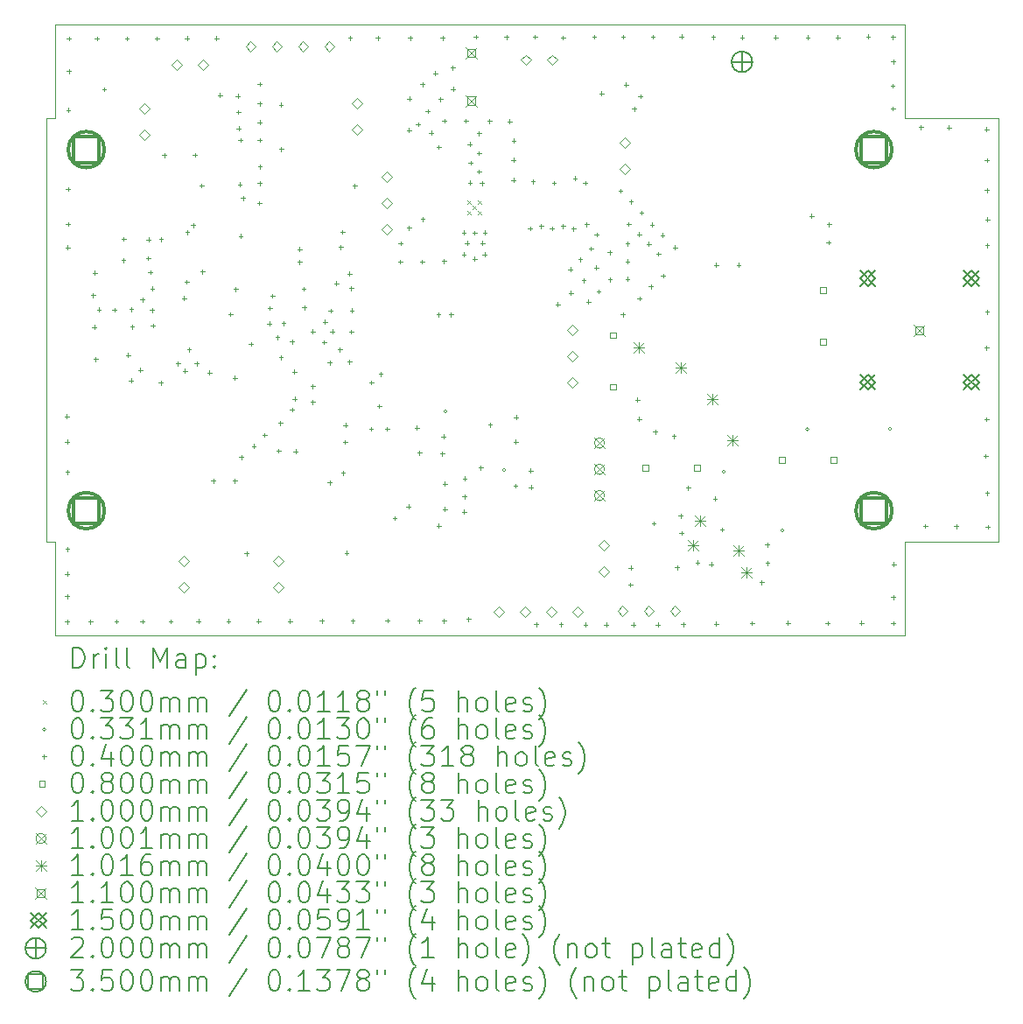
<source format=gbr>
%FSLAX45Y45*%
G04 Gerber Fmt 4.5, Leading zero omitted, Abs format (unit mm)*
G04 Created by KiCad (PCBNEW (6.0.4-0)) date 2023-06-23 08:20:30*
%MOMM*%
%LPD*%
G01*
G04 APERTURE LIST*
%TA.AperFunction,Profile*%
%ADD10C,0.100000*%
%TD*%
%ADD11C,0.200000*%
%ADD12C,0.030000*%
%ADD13C,0.033060*%
%ADD14C,0.040000*%
%ADD15C,0.080000*%
%ADD16C,0.100000*%
%ADD17C,0.100076*%
%ADD18C,0.101600*%
%ADD19C,0.110000*%
%ADD20C,0.150000*%
%ADD21C,0.350000*%
G04 APERTURE END LIST*
D10*
X4883240Y-5988500D02*
X13107760Y-5988500D01*
X4801000Y-10989760D02*
X4883240Y-10989760D01*
X4801000Y-6892740D02*
X4883240Y-6892740D01*
X13107760Y-11894000D02*
X4883240Y-11894000D01*
X13107760Y-10989760D02*
X14012000Y-10989760D01*
X13107760Y-11894000D02*
X13107760Y-10989760D01*
X4883240Y-10989760D02*
X4883240Y-11894000D01*
X14012000Y-6892740D02*
X14012000Y-10989760D01*
X4801000Y-6892740D02*
X4801000Y-10989760D01*
X13107760Y-6892740D02*
X14012000Y-6892740D01*
X4883240Y-6892740D02*
X4883240Y-5988500D01*
X13107760Y-5988500D02*
X13107760Y-6892740D01*
D11*
D12*
X8874100Y-7690000D02*
X8904100Y-7720000D01*
X8904100Y-7690000D02*
X8874100Y-7720000D01*
X8874100Y-7790000D02*
X8904100Y-7820000D01*
X8904100Y-7790000D02*
X8874100Y-7820000D01*
X8924100Y-7740000D02*
X8954100Y-7770000D01*
X8954100Y-7740000D02*
X8924100Y-7770000D01*
X8974100Y-7690000D02*
X9004100Y-7720000D01*
X9004100Y-7690000D02*
X8974100Y-7720000D01*
X8974100Y-7790000D02*
X9004100Y-7820000D01*
X9004100Y-7790000D02*
X8974100Y-7820000D01*
D13*
X8677845Y-9725315D02*
G75*
G03*
X8677845Y-9725315I-16530J0D01*
G01*
X9243530Y-10291000D02*
G75*
G03*
X9243530Y-10291000I-16530J0D01*
G01*
X11370530Y-10313000D02*
G75*
G03*
X11370530Y-10313000I-16530J0D01*
G01*
X11936215Y-10878685D02*
G75*
G03*
X11936215Y-10878685I-16530J0D01*
G01*
X12176530Y-9899000D02*
G75*
G03*
X12176530Y-9899000I-16530J0D01*
G01*
X12976530Y-9899000D02*
G75*
G03*
X12976530Y-9899000I-16530J0D01*
G01*
D14*
X4996000Y-9754000D02*
X4996000Y-9794000D01*
X4976000Y-9774000D02*
X5016000Y-9774000D01*
X4998000Y-10002000D02*
X4998000Y-10042000D01*
X4978000Y-10022000D02*
X5018000Y-10022000D01*
X4998000Y-11278000D02*
X4998000Y-11318000D01*
X4978000Y-11298000D02*
X5018000Y-11298000D01*
X4998000Y-11497000D02*
X4998000Y-11537000D01*
X4978000Y-11517000D02*
X5018000Y-11517000D01*
X5000000Y-11743000D02*
X5000000Y-11783000D01*
X4980000Y-11763000D02*
X5020000Y-11763000D01*
X5001000Y-10293000D02*
X5001000Y-10333000D01*
X4981000Y-10313000D02*
X5021000Y-10313000D01*
X5001000Y-11039000D02*
X5001000Y-11079000D01*
X4981000Y-11059000D02*
X5021000Y-11059000D01*
X5004000Y-8122000D02*
X5004000Y-8162000D01*
X4984000Y-8142000D02*
X5024000Y-8142000D01*
X5007000Y-7894000D02*
X5007000Y-7934000D01*
X4987000Y-7914000D02*
X5027000Y-7914000D01*
X5009000Y-7557000D02*
X5009000Y-7597000D01*
X4989000Y-7577000D02*
X5029000Y-7577000D01*
X5011000Y-6791000D02*
X5011000Y-6831000D01*
X4991000Y-6811000D02*
X5031000Y-6811000D01*
X5015000Y-6100000D02*
X5015000Y-6140000D01*
X4995000Y-6120000D02*
X5035000Y-6120000D01*
X5015000Y-6417000D02*
X5015000Y-6457000D01*
X4995000Y-6437000D02*
X5035000Y-6437000D01*
X5225000Y-11743000D02*
X5225000Y-11783000D01*
X5205000Y-11763000D02*
X5245000Y-11763000D01*
X5249000Y-8584000D02*
X5249000Y-8624000D01*
X5229000Y-8604000D02*
X5269000Y-8604000D01*
X5262000Y-8891000D02*
X5262000Y-8931000D01*
X5242000Y-8911000D02*
X5282000Y-8911000D01*
X5266000Y-8366000D02*
X5266000Y-8406000D01*
X5246000Y-8386000D02*
X5286000Y-8386000D01*
X5277000Y-9201000D02*
X5277000Y-9241000D01*
X5257000Y-9221000D02*
X5297000Y-9221000D01*
X5288000Y-6100000D02*
X5288000Y-6140000D01*
X5268000Y-6120000D02*
X5308000Y-6120000D01*
X5306000Y-8723000D02*
X5306000Y-8763000D01*
X5286000Y-8743000D02*
X5326000Y-8743000D01*
X5357000Y-6591000D02*
X5357000Y-6631000D01*
X5337000Y-6611000D02*
X5377000Y-6611000D01*
X5458000Y-8724000D02*
X5458000Y-8764000D01*
X5438000Y-8744000D02*
X5478000Y-8744000D01*
X5476000Y-11740000D02*
X5476000Y-11780000D01*
X5456000Y-11760000D02*
X5496000Y-11760000D01*
X5545000Y-8246000D02*
X5545000Y-8286000D01*
X5525000Y-8266000D02*
X5565000Y-8266000D01*
X5547000Y-8038000D02*
X5547000Y-8078000D01*
X5527000Y-8058000D02*
X5567000Y-8058000D01*
X5578000Y-6100000D02*
X5578000Y-6140000D01*
X5558000Y-6120000D02*
X5598000Y-6120000D01*
X5589000Y-9161000D02*
X5589000Y-9201000D01*
X5569000Y-9181000D02*
X5609000Y-9181000D01*
X5618000Y-9408000D02*
X5618000Y-9448000D01*
X5598000Y-9428000D02*
X5638000Y-9428000D01*
X5619000Y-8720000D02*
X5619000Y-8760000D01*
X5599000Y-8740000D02*
X5639000Y-8740000D01*
X5627564Y-8888461D02*
X5627564Y-8928461D01*
X5607564Y-8908461D02*
X5647564Y-8908461D01*
X5709000Y-9307000D02*
X5709000Y-9347000D01*
X5689000Y-9327000D02*
X5729000Y-9327000D01*
X5726000Y-11738000D02*
X5726000Y-11778000D01*
X5706000Y-11758000D02*
X5746000Y-11758000D01*
X5729000Y-8626000D02*
X5729000Y-8666000D01*
X5709000Y-8646000D02*
X5749000Y-8646000D01*
X5783000Y-8225000D02*
X5783000Y-8265000D01*
X5763000Y-8245000D02*
X5803000Y-8245000D01*
X5788000Y-8046000D02*
X5788000Y-8086000D01*
X5768000Y-8066000D02*
X5808000Y-8066000D01*
X5805000Y-8361000D02*
X5805000Y-8401000D01*
X5785000Y-8381000D02*
X5825000Y-8381000D01*
X5821000Y-8726000D02*
X5821000Y-8766000D01*
X5801000Y-8746000D02*
X5841000Y-8746000D01*
X5823000Y-8519000D02*
X5823000Y-8559000D01*
X5803000Y-8539000D02*
X5843000Y-8539000D01*
X5829550Y-8877000D02*
X5829550Y-8917000D01*
X5809550Y-8897000D02*
X5849550Y-8897000D01*
X5869000Y-6100000D02*
X5869000Y-6140000D01*
X5849000Y-6120000D02*
X5889000Y-6120000D01*
X5906000Y-9430000D02*
X5906000Y-9470000D01*
X5886000Y-9450000D02*
X5926000Y-9450000D01*
X5907000Y-8041000D02*
X5907000Y-8081000D01*
X5887000Y-8061000D02*
X5927000Y-8061000D01*
X5939000Y-7230000D02*
X5939000Y-7270000D01*
X5919000Y-7250000D02*
X5959000Y-7250000D01*
X6000000Y-11738000D02*
X6000000Y-11778000D01*
X5980000Y-11758000D02*
X6020000Y-11758000D01*
X6071000Y-9245000D02*
X6071000Y-9285000D01*
X6051000Y-9265000D02*
X6091000Y-9265000D01*
X6131000Y-8613000D02*
X6131000Y-8653000D01*
X6111000Y-8633000D02*
X6151000Y-8633000D01*
X6139000Y-9315000D02*
X6139000Y-9355000D01*
X6119000Y-9335000D02*
X6159000Y-9335000D01*
X6157000Y-8453000D02*
X6157000Y-8493000D01*
X6137000Y-8473000D02*
X6177000Y-8473000D01*
X6159000Y-6097000D02*
X6159000Y-6137000D01*
X6139000Y-6117000D02*
X6179000Y-6117000D01*
X6163000Y-7974000D02*
X6163000Y-8014000D01*
X6143000Y-7994000D02*
X6183000Y-7994000D01*
X6180000Y-9109000D02*
X6180000Y-9149000D01*
X6160000Y-9129000D02*
X6200000Y-9129000D01*
X6220000Y-7905000D02*
X6220000Y-7945000D01*
X6200000Y-7925000D02*
X6240000Y-7925000D01*
X6236000Y-7227000D02*
X6236000Y-7267000D01*
X6216000Y-7247000D02*
X6256000Y-7247000D01*
X6253000Y-9245000D02*
X6253000Y-9285000D01*
X6233000Y-9265000D02*
X6273000Y-9265000D01*
X6270000Y-11736000D02*
X6270000Y-11776000D01*
X6250000Y-11756000D02*
X6290000Y-11756000D01*
X6301431Y-7523431D02*
X6301431Y-7563431D01*
X6281431Y-7543431D02*
X6321431Y-7543431D01*
X6310000Y-8355000D02*
X6310000Y-8395000D01*
X6290000Y-8375000D02*
X6330000Y-8375000D01*
X6376000Y-9332000D02*
X6376000Y-9372000D01*
X6356000Y-9352000D02*
X6396000Y-9352000D01*
X6412000Y-10380000D02*
X6412000Y-10420000D01*
X6392000Y-10400000D02*
X6432000Y-10400000D01*
X6445000Y-6097000D02*
X6445000Y-6137000D01*
X6425000Y-6117000D02*
X6465000Y-6117000D01*
X6479000Y-6647000D02*
X6479000Y-6687000D01*
X6459000Y-6667000D02*
X6499000Y-6667000D01*
X6561000Y-11737000D02*
X6561000Y-11777000D01*
X6541000Y-11757000D02*
X6581000Y-11757000D01*
X6579000Y-8768000D02*
X6579000Y-8808000D01*
X6559000Y-8788000D02*
X6599000Y-8788000D01*
X6622000Y-9382000D02*
X6622000Y-9422000D01*
X6602000Y-9402000D02*
X6642000Y-9402000D01*
X6623000Y-10377000D02*
X6623000Y-10417000D01*
X6603000Y-10397000D02*
X6643000Y-10397000D01*
X6631000Y-8524000D02*
X6631000Y-8564000D01*
X6611000Y-8544000D02*
X6651000Y-8544000D01*
X6651000Y-6657000D02*
X6651000Y-6697000D01*
X6631000Y-6677000D02*
X6671000Y-6677000D01*
X6657000Y-6812000D02*
X6657000Y-6852000D01*
X6637000Y-6832000D02*
X6677000Y-6832000D01*
X6660000Y-6970000D02*
X6660000Y-7010000D01*
X6640000Y-6990000D02*
X6680000Y-6990000D01*
X6670000Y-7510000D02*
X6670000Y-7550000D01*
X6650000Y-7530000D02*
X6690000Y-7530000D01*
X6677000Y-7083000D02*
X6677000Y-7123000D01*
X6657000Y-7103000D02*
X6697000Y-7103000D01*
X6679000Y-8012000D02*
X6679000Y-8052000D01*
X6659000Y-8032000D02*
X6699000Y-8032000D01*
X6685000Y-10150000D02*
X6685000Y-10190000D01*
X6665000Y-10170000D02*
X6705000Y-10170000D01*
X6700000Y-7645000D02*
X6700000Y-7685000D01*
X6680000Y-7665000D02*
X6720000Y-7665000D01*
X6734000Y-11080000D02*
X6734000Y-11120000D01*
X6714000Y-11100000D02*
X6754000Y-11100000D01*
X6778000Y-9056000D02*
X6778000Y-9096000D01*
X6758000Y-9076000D02*
X6798000Y-9076000D01*
X6805000Y-10043000D02*
X6805000Y-10083000D01*
X6785000Y-10063000D02*
X6825000Y-10063000D01*
X6849000Y-11737000D02*
X6849000Y-11777000D01*
X6829000Y-11757000D02*
X6869000Y-11757000D01*
X6858000Y-7691000D02*
X6858000Y-7731000D01*
X6838000Y-7711000D02*
X6878000Y-7711000D01*
X6860700Y-6541000D02*
X6860700Y-6581000D01*
X6840700Y-6561000D02*
X6880700Y-6561000D01*
X6860700Y-6728000D02*
X6860700Y-6768000D01*
X6840700Y-6748000D02*
X6880700Y-6748000D01*
X6860700Y-6909000D02*
X6860700Y-6949000D01*
X6840700Y-6929000D02*
X6880700Y-6929000D01*
X6860700Y-7083000D02*
X6860700Y-7123000D01*
X6840700Y-7103000D02*
X6880700Y-7103000D01*
X6861000Y-7500000D02*
X6861000Y-7540000D01*
X6841000Y-7520000D02*
X6881000Y-7520000D01*
X6865000Y-7339000D02*
X6865000Y-7379000D01*
X6845000Y-7359000D02*
X6885000Y-7359000D01*
X6909000Y-9935000D02*
X6909000Y-9975000D01*
X6889000Y-9955000D02*
X6929000Y-9955000D01*
X6956450Y-8859000D02*
X6956450Y-8899000D01*
X6936450Y-8879000D02*
X6976450Y-8879000D01*
X6961000Y-8708000D02*
X6961000Y-8748000D01*
X6941000Y-8728000D02*
X6981000Y-8728000D01*
X6985000Y-8590000D02*
X6985000Y-8630000D01*
X6965000Y-8610000D02*
X7005000Y-8610000D01*
X7035000Y-8991000D02*
X7035000Y-9031000D01*
X7015000Y-9011000D02*
X7055000Y-9011000D01*
X7045000Y-10089000D02*
X7045000Y-10129000D01*
X7025000Y-10109000D02*
X7065000Y-10109000D01*
X7063000Y-9820000D02*
X7063000Y-9860000D01*
X7043000Y-9840000D02*
X7083000Y-9840000D01*
X7067000Y-6741000D02*
X7067000Y-6781000D01*
X7047000Y-6761000D02*
X7087000Y-6761000D01*
X7069000Y-9184000D02*
X7069000Y-9224000D01*
X7049000Y-9204000D02*
X7089000Y-9204000D01*
X7070000Y-7171000D02*
X7070000Y-7211000D01*
X7050000Y-7191000D02*
X7090000Y-7191000D01*
X7094000Y-8854000D02*
X7094000Y-8894000D01*
X7074000Y-8874000D02*
X7114000Y-8874000D01*
X7155000Y-11737000D02*
X7155000Y-11777000D01*
X7135000Y-11757000D02*
X7175000Y-11757000D01*
X7174000Y-9691000D02*
X7174000Y-9731000D01*
X7154000Y-9711000D02*
X7194000Y-9711000D01*
X7175000Y-9033000D02*
X7175000Y-9073000D01*
X7155000Y-9053000D02*
X7195000Y-9053000D01*
X7197000Y-9322000D02*
X7197000Y-9362000D01*
X7177000Y-9342000D02*
X7217000Y-9342000D01*
X7201000Y-9587000D02*
X7201000Y-9627000D01*
X7181000Y-9607000D02*
X7221000Y-9607000D01*
X7208000Y-10095000D02*
X7208000Y-10135000D01*
X7188000Y-10115000D02*
X7228000Y-10115000D01*
X7247450Y-8139000D02*
X7247450Y-8179000D01*
X7227450Y-8159000D02*
X7267450Y-8159000D01*
X7247450Y-8261000D02*
X7247450Y-8301000D01*
X7227450Y-8281000D02*
X7267450Y-8281000D01*
X7289000Y-8522000D02*
X7289000Y-8562000D01*
X7269000Y-8542000D02*
X7309000Y-8542000D01*
X7293000Y-8702000D02*
X7293000Y-8742000D01*
X7273000Y-8722000D02*
X7313000Y-8722000D01*
X7376000Y-8934000D02*
X7376000Y-8974000D01*
X7356000Y-8954000D02*
X7396000Y-8954000D01*
X7376550Y-9465000D02*
X7376550Y-9505000D01*
X7356550Y-9485000D02*
X7396550Y-9485000D01*
X7376550Y-9616000D02*
X7376550Y-9656000D01*
X7356550Y-9636000D02*
X7396550Y-9636000D01*
X7462000Y-11733000D02*
X7462000Y-11773000D01*
X7442000Y-11753000D02*
X7482000Y-11753000D01*
X7485000Y-9037550D02*
X7485000Y-9077550D01*
X7465000Y-9057550D02*
X7505000Y-9057550D01*
X7493000Y-8840000D02*
X7493000Y-8880000D01*
X7473000Y-8860000D02*
X7513000Y-8860000D01*
X7538000Y-9234000D02*
X7538000Y-9274000D01*
X7518000Y-9254000D02*
X7558000Y-9254000D01*
X7538000Y-10395000D02*
X7538000Y-10435000D01*
X7518000Y-10415000D02*
X7558000Y-10415000D01*
X7549000Y-8733000D02*
X7549000Y-8773000D01*
X7529000Y-8753000D02*
X7569000Y-8753000D01*
X7565000Y-8934000D02*
X7565000Y-8974000D01*
X7545000Y-8954000D02*
X7585000Y-8954000D01*
X7604000Y-8467000D02*
X7604000Y-8507000D01*
X7584000Y-8487000D02*
X7624000Y-8487000D01*
X7637000Y-9110000D02*
X7637000Y-9150000D01*
X7617000Y-9130000D02*
X7657000Y-9130000D01*
X7647000Y-8118000D02*
X7647000Y-8158000D01*
X7627000Y-8138000D02*
X7667000Y-8138000D01*
X7663000Y-7971000D02*
X7663000Y-8011000D01*
X7643000Y-7991000D02*
X7683000Y-7991000D01*
X7668000Y-10302000D02*
X7668000Y-10342000D01*
X7648000Y-10322000D02*
X7688000Y-10322000D01*
X7688000Y-10003000D02*
X7688000Y-10043000D01*
X7668000Y-10023000D02*
X7708000Y-10023000D01*
X7691000Y-9840000D02*
X7691000Y-9880000D01*
X7671000Y-9860000D02*
X7711000Y-9860000D01*
X7702000Y-11077000D02*
X7702000Y-11117000D01*
X7682000Y-11097000D02*
X7722000Y-11097000D01*
X7730000Y-9226000D02*
X7730000Y-9266000D01*
X7710000Y-9246000D02*
X7750000Y-9246000D01*
X7732000Y-8374000D02*
X7732000Y-8414000D01*
X7712000Y-8394000D02*
X7752000Y-8394000D01*
X7737000Y-6094050D02*
X7737000Y-6134050D01*
X7717000Y-6114050D02*
X7757000Y-6114050D01*
X7749000Y-8515000D02*
X7749000Y-8555000D01*
X7729000Y-8535000D02*
X7769000Y-8535000D01*
X7749000Y-8936000D02*
X7749000Y-8976000D01*
X7729000Y-8956000D02*
X7769000Y-8956000D01*
X7753000Y-8730000D02*
X7753000Y-8770000D01*
X7733000Y-8750000D02*
X7773000Y-8750000D01*
X7763000Y-11733000D02*
X7763000Y-11773000D01*
X7743000Y-11753000D02*
X7783000Y-11753000D01*
X7782000Y-7525000D02*
X7782000Y-7565000D01*
X7762000Y-7545000D02*
X7802000Y-7545000D01*
X7941000Y-9876000D02*
X7941000Y-9916000D01*
X7921000Y-9896000D02*
X7961000Y-9896000D01*
X7944000Y-9427000D02*
X7944000Y-9467000D01*
X7924000Y-9447000D02*
X7964000Y-9447000D01*
X8004000Y-6094050D02*
X8004000Y-6134050D01*
X7984000Y-6114050D02*
X8024000Y-6114050D01*
X8020000Y-9656000D02*
X8020000Y-9696000D01*
X8000000Y-9676000D02*
X8040000Y-9676000D01*
X8032000Y-9346000D02*
X8032000Y-9386000D01*
X8012000Y-9366000D02*
X8052000Y-9366000D01*
X8095550Y-9876000D02*
X8095550Y-9916000D01*
X8075550Y-9896000D02*
X8115550Y-9896000D01*
X8099000Y-11731000D02*
X8099000Y-11771000D01*
X8079000Y-11751000D02*
X8119000Y-11751000D01*
X8168000Y-10741000D02*
X8168000Y-10781000D01*
X8148000Y-10761000D02*
X8188000Y-10761000D01*
X8222000Y-8258000D02*
X8222000Y-8298000D01*
X8202000Y-8278000D02*
X8242000Y-8278000D01*
X8225000Y-8082000D02*
X8225000Y-8122000D01*
X8205000Y-8102000D02*
X8245000Y-8102000D01*
X8301000Y-10627000D02*
X8301000Y-10667000D01*
X8281000Y-10647000D02*
X8321000Y-10647000D01*
X8306000Y-6987000D02*
X8306000Y-7027000D01*
X8286000Y-7007000D02*
X8326000Y-7007000D01*
X8307000Y-7932000D02*
X8307000Y-7972000D01*
X8287000Y-7952000D02*
X8327000Y-7952000D01*
X8310000Y-6683000D02*
X8310000Y-6723000D01*
X8290000Y-6703000D02*
X8330000Y-6703000D01*
X8317000Y-6093000D02*
X8317000Y-6133000D01*
X8297000Y-6113000D02*
X8337000Y-6113000D01*
X8384000Y-9866000D02*
X8384000Y-9906000D01*
X8364000Y-9886000D02*
X8404000Y-9886000D01*
X8395000Y-6930000D02*
X8395000Y-6970000D01*
X8375000Y-6950000D02*
X8415000Y-6950000D01*
X8407000Y-10107000D02*
X8407000Y-10147000D01*
X8387000Y-10127000D02*
X8427000Y-10127000D01*
X8409000Y-11734000D02*
X8409000Y-11774000D01*
X8389000Y-11754000D02*
X8429000Y-11754000D01*
X8434000Y-8258000D02*
X8434000Y-8298000D01*
X8414000Y-8278000D02*
X8454000Y-8278000D01*
X8436000Y-6543000D02*
X8436000Y-6583000D01*
X8416000Y-6563000D02*
X8456000Y-6563000D01*
X8439000Y-7848000D02*
X8439000Y-7888000D01*
X8419000Y-7868000D02*
X8459000Y-7868000D01*
X8488000Y-6804000D02*
X8488000Y-6844000D01*
X8468000Y-6824000D02*
X8508000Y-6824000D01*
X8522000Y-7013000D02*
X8522000Y-7053000D01*
X8502000Y-7033000D02*
X8542000Y-7033000D01*
X8560000Y-6436000D02*
X8560000Y-6476000D01*
X8540000Y-6456000D02*
X8580000Y-6456000D01*
X8592000Y-8771000D02*
X8592000Y-8811000D01*
X8572000Y-8791000D02*
X8612000Y-8791000D01*
X8594000Y-7150000D02*
X8594000Y-7190000D01*
X8574000Y-7170000D02*
X8614000Y-7170000D01*
X8596000Y-10812000D02*
X8596000Y-10852000D01*
X8576000Y-10832000D02*
X8616000Y-10832000D01*
X8612000Y-6686000D02*
X8612000Y-6726000D01*
X8592000Y-6706000D02*
X8632000Y-6706000D01*
X8627000Y-10116000D02*
X8627000Y-10156000D01*
X8607000Y-10136000D02*
X8647000Y-10136000D01*
X8632000Y-6093000D02*
X8632000Y-6133000D01*
X8612000Y-6113000D02*
X8652000Y-6113000D01*
X8640000Y-9950000D02*
X8640000Y-9990000D01*
X8620000Y-9970000D02*
X8660000Y-9970000D01*
X8644000Y-8253000D02*
X8644000Y-8293000D01*
X8624000Y-8273000D02*
X8664000Y-8273000D01*
X8644000Y-11734000D02*
X8644000Y-11774000D01*
X8624000Y-11754000D02*
X8664000Y-11754000D01*
X8648000Y-6895000D02*
X8648000Y-6935000D01*
X8628000Y-6915000D02*
X8668000Y-6915000D01*
X8653000Y-10407000D02*
X8653000Y-10447000D01*
X8633000Y-10427000D02*
X8673000Y-10427000D01*
X8655000Y-10651000D02*
X8655000Y-10691000D01*
X8635000Y-10671000D02*
X8675000Y-10671000D01*
X8713000Y-8771000D02*
X8713000Y-8811000D01*
X8693000Y-8791000D02*
X8733000Y-8791000D01*
X8730000Y-6382000D02*
X8730000Y-6422000D01*
X8710000Y-6402000D02*
X8750000Y-6402000D01*
X8732000Y-6589450D02*
X8732000Y-6629450D01*
X8712000Y-6609450D02*
X8752000Y-6609450D01*
X8838000Y-7978000D02*
X8838000Y-8018000D01*
X8818000Y-7998000D02*
X8858000Y-7998000D01*
X8838000Y-8190000D02*
X8838000Y-8230000D01*
X8818000Y-8210000D02*
X8858000Y-8210000D01*
X8841000Y-10677000D02*
X8841000Y-10717000D01*
X8821000Y-10697000D02*
X8861000Y-10697000D01*
X8842000Y-10530000D02*
X8842000Y-10570000D01*
X8822000Y-10550000D02*
X8862000Y-10550000D01*
X8845000Y-10357000D02*
X8845000Y-10397000D01*
X8825000Y-10377000D02*
X8865000Y-10377000D01*
X8857000Y-6897000D02*
X8857000Y-6937000D01*
X8837000Y-6917000D02*
X8877000Y-6917000D01*
X8868000Y-8079000D02*
X8868000Y-8119000D01*
X8848000Y-8099000D02*
X8888000Y-8099000D01*
X8881000Y-11715000D02*
X8881000Y-11755000D01*
X8861000Y-11735000D02*
X8901000Y-11735000D01*
X8895000Y-7123000D02*
X8895000Y-7163000D01*
X8875000Y-7143000D02*
X8915000Y-7143000D01*
X8896000Y-7494000D02*
X8896000Y-7534000D01*
X8876000Y-7514000D02*
X8916000Y-7514000D01*
X8904000Y-7303000D02*
X8904000Y-7343000D01*
X8884000Y-7323000D02*
X8924000Y-7323000D01*
X8942000Y-7980000D02*
X8942000Y-8020000D01*
X8922000Y-8000000D02*
X8962000Y-8000000D01*
X8943000Y-8232000D02*
X8943000Y-8272000D01*
X8923000Y-8252000D02*
X8963000Y-8252000D01*
X8953979Y-6082481D02*
X8953979Y-6122481D01*
X8933979Y-6102481D02*
X8973979Y-6102481D01*
X8984050Y-7017000D02*
X8984050Y-7057000D01*
X8964050Y-7037000D02*
X9004050Y-7037000D01*
X8984050Y-7209000D02*
X8984050Y-7249000D01*
X8964050Y-7229000D02*
X9004050Y-7229000D01*
X8984050Y-7388000D02*
X8984050Y-7428000D01*
X8964050Y-7408000D02*
X9004050Y-7408000D01*
X9000000Y-10252000D02*
X9000000Y-10292000D01*
X8980000Y-10272000D02*
X9020000Y-10272000D01*
X9014000Y-7499000D02*
X9014000Y-7539000D01*
X8994000Y-7519000D02*
X9034000Y-7519000D01*
X9018000Y-8080000D02*
X9018000Y-8120000D01*
X8998000Y-8100000D02*
X9038000Y-8100000D01*
X9038000Y-8190000D02*
X9038000Y-8230000D01*
X9018000Y-8210000D02*
X9058000Y-8210000D01*
X9040208Y-7976917D02*
X9040208Y-8016917D01*
X9020208Y-7996917D02*
X9060208Y-7996917D01*
X9085000Y-6900000D02*
X9085000Y-6940000D01*
X9065000Y-6920000D02*
X9105000Y-6920000D01*
X9091000Y-9837550D02*
X9091000Y-9877550D01*
X9071000Y-9857550D02*
X9111000Y-9857550D01*
X9251000Y-6086000D02*
X9251000Y-6126000D01*
X9231000Y-6106000D02*
X9271000Y-6106000D01*
X9279000Y-6902000D02*
X9279000Y-6942000D01*
X9259000Y-6922000D02*
X9299000Y-6922000D01*
X9316000Y-7273000D02*
X9316000Y-7313000D01*
X9296000Y-7293000D02*
X9336000Y-7293000D01*
X9318000Y-7468000D02*
X9318000Y-7508000D01*
X9298000Y-7488000D02*
X9338000Y-7488000D01*
X9320000Y-7089000D02*
X9320000Y-7129000D01*
X9300000Y-7109000D02*
X9340000Y-7109000D01*
X9338000Y-10427000D02*
X9338000Y-10467000D01*
X9318000Y-10447000D02*
X9358000Y-10447000D01*
X9341000Y-10001000D02*
X9341000Y-10041000D01*
X9321000Y-10021000D02*
X9361000Y-10021000D01*
X9342000Y-9765000D02*
X9342000Y-9805000D01*
X9322000Y-9785000D02*
X9362000Y-9785000D01*
X9478412Y-7936819D02*
X9478412Y-7976819D01*
X9458412Y-7956819D02*
X9498412Y-7956819D01*
X9483000Y-10280000D02*
X9483000Y-10320000D01*
X9463000Y-10300000D02*
X9503000Y-10300000D01*
X9486000Y-10440000D02*
X9486000Y-10480000D01*
X9466000Y-10460000D02*
X9506000Y-10460000D01*
X9507000Y-7482000D02*
X9507000Y-7522000D01*
X9487000Y-7502000D02*
X9527000Y-7502000D01*
X9527000Y-6084000D02*
X9527000Y-6124000D01*
X9507000Y-6104000D02*
X9547000Y-6104000D01*
X9538000Y-11768000D02*
X9538000Y-11808000D01*
X9518000Y-11788000D02*
X9558000Y-11788000D01*
X9584000Y-7914050D02*
X9584000Y-7954050D01*
X9564000Y-7934050D02*
X9604000Y-7934050D01*
X9689141Y-7936300D02*
X9689141Y-7976300D01*
X9669141Y-7956300D02*
X9709141Y-7956300D01*
X9709000Y-7497000D02*
X9709000Y-7537000D01*
X9689000Y-7517000D02*
X9729000Y-7517000D01*
X9745266Y-8672266D02*
X9745266Y-8712266D01*
X9725266Y-8692266D02*
X9765266Y-8692266D01*
X9778000Y-11768000D02*
X9778000Y-11808000D01*
X9758000Y-11788000D02*
X9798000Y-11788000D01*
X9796000Y-7913550D02*
X9796000Y-7953550D01*
X9776000Y-7933550D02*
X9816000Y-7933550D01*
X9798000Y-6091000D02*
X9798000Y-6131000D01*
X9778000Y-6111000D02*
X9818000Y-6111000D01*
X9866235Y-8332234D02*
X9866235Y-8372234D01*
X9846235Y-8352234D02*
X9886235Y-8352234D01*
X9873000Y-8560000D02*
X9873000Y-8600000D01*
X9853000Y-8580000D02*
X9893000Y-8580000D01*
X9899789Y-7941281D02*
X9899789Y-7981281D01*
X9879789Y-7961281D02*
X9919789Y-7961281D01*
X9913000Y-7451000D02*
X9913000Y-7491000D01*
X9893000Y-7471000D02*
X9933000Y-7471000D01*
X9963235Y-8235234D02*
X9963235Y-8275234D01*
X9943235Y-8255234D02*
X9983235Y-8255234D01*
X9998000Y-8440000D02*
X9998000Y-8480000D01*
X9978000Y-8460000D02*
X10018000Y-8460000D01*
X10011000Y-7496000D02*
X10011000Y-7536000D01*
X9991000Y-7516000D02*
X10031000Y-7516000D01*
X10015487Y-11769862D02*
X10015487Y-11809862D01*
X9995487Y-11789862D02*
X10035487Y-11789862D01*
X10025000Y-7897000D02*
X10025000Y-7937000D01*
X10005000Y-7917000D02*
X10045000Y-7917000D01*
X10042181Y-8646181D02*
X10042181Y-8686181D01*
X10022181Y-8666181D02*
X10062181Y-8666181D01*
X10067000Y-8131000D02*
X10067000Y-8171000D01*
X10047000Y-8151000D02*
X10087000Y-8151000D01*
X10100000Y-6083098D02*
X10100000Y-6123098D01*
X10080000Y-6103098D02*
X10120000Y-6103098D01*
X10118000Y-8316000D02*
X10118000Y-8356000D01*
X10098000Y-8336000D02*
X10138000Y-8336000D01*
X10123000Y-7997000D02*
X10123000Y-8037000D01*
X10103000Y-8017000D02*
X10143000Y-8017000D01*
X10141181Y-8547181D02*
X10141181Y-8587181D01*
X10121181Y-8567181D02*
X10161181Y-8567181D01*
X10170000Y-6630000D02*
X10170000Y-6670000D01*
X10150000Y-6650000D02*
X10190000Y-6650000D01*
X10215000Y-11769000D02*
X10215000Y-11809000D01*
X10195000Y-11789000D02*
X10235000Y-11789000D01*
X10248266Y-8169265D02*
X10248266Y-8209265D01*
X10228266Y-8189265D02*
X10268266Y-8189265D01*
X10251050Y-8431000D02*
X10251050Y-8471000D01*
X10231050Y-8451000D02*
X10271050Y-8451000D01*
X10354000Y-7573000D02*
X10354000Y-7613000D01*
X10334000Y-7593000D02*
X10374000Y-7593000D01*
X10376000Y-8771000D02*
X10376000Y-8811000D01*
X10356000Y-8791000D02*
X10396000Y-8791000D01*
X10378000Y-6084000D02*
X10378000Y-6124000D01*
X10358000Y-6104000D02*
X10398000Y-6104000D01*
X10407000Y-6547000D02*
X10407000Y-6587000D01*
X10387000Y-6567000D02*
X10427000Y-6567000D01*
X10420950Y-8085000D02*
X10420950Y-8125000D01*
X10400950Y-8105000D02*
X10440950Y-8105000D01*
X10420950Y-8256000D02*
X10420950Y-8296000D01*
X10400950Y-8276000D02*
X10440950Y-8276000D01*
X10420950Y-8427000D02*
X10420950Y-8467000D01*
X10400950Y-8447000D02*
X10440950Y-8447000D01*
X10433235Y-7894765D02*
X10433235Y-7934765D01*
X10413235Y-7914765D02*
X10453235Y-7914765D01*
X10449000Y-11383000D02*
X10449000Y-11423000D01*
X10429000Y-11403000D02*
X10469000Y-11403000D01*
X10453000Y-11220000D02*
X10453000Y-11260000D01*
X10433000Y-11240000D02*
X10473000Y-11240000D01*
X10455000Y-7679000D02*
X10455000Y-7719000D01*
X10435000Y-7699000D02*
X10475000Y-7699000D01*
X10477000Y-11769000D02*
X10477000Y-11809000D01*
X10457000Y-11789000D02*
X10497000Y-11789000D01*
X10486000Y-6780000D02*
X10486000Y-6820000D01*
X10466000Y-6800000D02*
X10506000Y-6800000D01*
X10516000Y-9593000D02*
X10516000Y-9633000D01*
X10496000Y-9613000D02*
X10536000Y-9613000D01*
X10532235Y-7993765D02*
X10532235Y-8033765D01*
X10512235Y-8013765D02*
X10552235Y-8013765D01*
X10534000Y-9779000D02*
X10534000Y-9819000D01*
X10514000Y-9799000D02*
X10554000Y-9799000D01*
X10537000Y-8615000D02*
X10537000Y-8655000D01*
X10517000Y-8635000D02*
X10557000Y-8635000D01*
X10545000Y-6659000D02*
X10545000Y-6699000D01*
X10525000Y-6679000D02*
X10565000Y-6679000D01*
X10557000Y-7785000D02*
X10557000Y-7825000D01*
X10537000Y-7805000D02*
X10577000Y-7805000D01*
X10626735Y-8088265D02*
X10626735Y-8128265D01*
X10606735Y-8108265D02*
X10646735Y-8108265D01*
X10648000Y-8499000D02*
X10648000Y-8539000D01*
X10628000Y-8519000D02*
X10668000Y-8519000D01*
X10658266Y-7900734D02*
X10658266Y-7940734D01*
X10638266Y-7920734D02*
X10678266Y-7920734D01*
X10666000Y-6084000D02*
X10666000Y-6124000D01*
X10646000Y-6104000D02*
X10686000Y-6104000D01*
X10675000Y-10791000D02*
X10675000Y-10831000D01*
X10655000Y-10811000D02*
X10695000Y-10811000D01*
X10688000Y-9903000D02*
X10688000Y-9943000D01*
X10668000Y-9923000D02*
X10708000Y-9923000D01*
X10715000Y-11769000D02*
X10715000Y-11809000D01*
X10695000Y-11789000D02*
X10735000Y-11789000D01*
X10721235Y-8182765D02*
X10721235Y-8222765D01*
X10701235Y-8202765D02*
X10741235Y-8202765D01*
X10759766Y-8002234D02*
X10759766Y-8042234D01*
X10739766Y-8022234D02*
X10779766Y-8022234D01*
X10764000Y-8394000D02*
X10764000Y-8434000D01*
X10744000Y-8414000D02*
X10784000Y-8414000D01*
X10869000Y-9946000D02*
X10869000Y-9986000D01*
X10849000Y-9966000D02*
X10889000Y-9966000D01*
X10879266Y-8121734D02*
X10879266Y-8161734D01*
X10859266Y-8141734D02*
X10899266Y-8141734D01*
X10901000Y-11218000D02*
X10901000Y-11258000D01*
X10881000Y-11238000D02*
X10921000Y-11238000D01*
X10934000Y-10718000D02*
X10934000Y-10758000D01*
X10914000Y-10738000D02*
X10954000Y-10738000D01*
X10942000Y-6081000D02*
X10942000Y-6121000D01*
X10922000Y-6101000D02*
X10962000Y-6101000D01*
X10942000Y-10883000D02*
X10942000Y-10923000D01*
X10922000Y-10903000D02*
X10962000Y-10903000D01*
X10960000Y-11766000D02*
X10960000Y-11806000D01*
X10940000Y-11786000D02*
X10980000Y-11786000D01*
X11007050Y-10445000D02*
X11007050Y-10485000D01*
X10987050Y-10465000D02*
X11027050Y-10465000D01*
X11099000Y-11170000D02*
X11099000Y-11210000D01*
X11079000Y-11190000D02*
X11119000Y-11190000D01*
X11230000Y-11187000D02*
X11230000Y-11227000D01*
X11210000Y-11207000D02*
X11250000Y-11207000D01*
X11250000Y-6085000D02*
X11250000Y-6125000D01*
X11230000Y-6105000D02*
X11270000Y-6105000D01*
X11268000Y-10550000D02*
X11268000Y-10590000D01*
X11248000Y-10570000D02*
X11288000Y-10570000D01*
X11278500Y-8289500D02*
X11278500Y-8329500D01*
X11258500Y-8309500D02*
X11298500Y-8309500D01*
X11280000Y-11763000D02*
X11280000Y-11803000D01*
X11260000Y-11783000D02*
X11300000Y-11783000D01*
X11336000Y-10851000D02*
X11336000Y-10891000D01*
X11316000Y-10871000D02*
X11356000Y-10871000D01*
X11495500Y-8289500D02*
X11495500Y-8329500D01*
X11475500Y-8309500D02*
X11515500Y-8309500D01*
X11530000Y-6088000D02*
X11530000Y-6128000D01*
X11510000Y-6108000D02*
X11550000Y-6108000D01*
X11627000Y-11757000D02*
X11627000Y-11797000D01*
X11607000Y-11777000D02*
X11647000Y-11777000D01*
X11720000Y-11362000D02*
X11720000Y-11402000D01*
X11700000Y-11382000D02*
X11740000Y-11382000D01*
X11772000Y-10998000D02*
X11772000Y-11038000D01*
X11752000Y-11018000D02*
X11792000Y-11018000D01*
X11776000Y-11174000D02*
X11776000Y-11214000D01*
X11756000Y-11194000D02*
X11796000Y-11194000D01*
X11855000Y-6088000D02*
X11855000Y-6128000D01*
X11835000Y-6108000D02*
X11875000Y-6108000D01*
X11973000Y-11752000D02*
X11973000Y-11792000D01*
X11953000Y-11772000D02*
X11993000Y-11772000D01*
X12164000Y-6088000D02*
X12164000Y-6128000D01*
X12144000Y-6108000D02*
X12184000Y-6108000D01*
X12202000Y-7815000D02*
X12202000Y-7855000D01*
X12182000Y-7835000D02*
X12222000Y-7835000D01*
X12358000Y-11757000D02*
X12358000Y-11797000D01*
X12338000Y-11777000D02*
X12378000Y-11777000D01*
X12364000Y-8074000D02*
X12364000Y-8114000D01*
X12344000Y-8094000D02*
X12384000Y-8094000D01*
X12371000Y-7898000D02*
X12371000Y-7938000D01*
X12351000Y-7918000D02*
X12391000Y-7918000D01*
X12454000Y-6088000D02*
X12454000Y-6128000D01*
X12434000Y-6108000D02*
X12474000Y-6108000D01*
X12683000Y-11752000D02*
X12683000Y-11792000D01*
X12663000Y-11772000D02*
X12703000Y-11772000D01*
X12750000Y-6082000D02*
X12750000Y-6122000D01*
X12730000Y-6102000D02*
X12770000Y-6102000D01*
X12987000Y-6557000D02*
X12987000Y-6597000D01*
X12967000Y-6577000D02*
X13007000Y-6577000D01*
X12990000Y-6085000D02*
X12990000Y-6125000D01*
X12970000Y-6105000D02*
X13010000Y-6105000D01*
X12990000Y-6778000D02*
X12990000Y-6818000D01*
X12970000Y-6798000D02*
X13010000Y-6798000D01*
X12991000Y-11504000D02*
X12991000Y-11544000D01*
X12971000Y-11524000D02*
X13011000Y-11524000D01*
X12991000Y-11757000D02*
X12991000Y-11797000D01*
X12971000Y-11777000D02*
X13011000Y-11777000D01*
X12993000Y-6322000D02*
X12993000Y-6362000D01*
X12973000Y-6342000D02*
X13013000Y-6342000D01*
X12996000Y-11185000D02*
X12996000Y-11225000D01*
X12976000Y-11205000D02*
X13016000Y-11205000D01*
X13261000Y-6959000D02*
X13261000Y-6999000D01*
X13241000Y-6979000D02*
X13281000Y-6979000D01*
X13301000Y-10815000D02*
X13301000Y-10855000D01*
X13281000Y-10835000D02*
X13321000Y-10835000D01*
X13532000Y-6962000D02*
X13532000Y-7002000D01*
X13512000Y-6982000D02*
X13552000Y-6982000D01*
X13600000Y-10820000D02*
X13600000Y-10860000D01*
X13580000Y-10840000D02*
X13620000Y-10840000D01*
X13885000Y-10138000D02*
X13885000Y-10178000D01*
X13865000Y-10158000D02*
X13905000Y-10158000D01*
X13894000Y-6977000D02*
X13894000Y-7017000D01*
X13874000Y-6997000D02*
X13914000Y-6997000D01*
X13895000Y-9092000D02*
X13895000Y-9132000D01*
X13875000Y-9112000D02*
X13915000Y-9112000D01*
X13895000Y-9784000D02*
X13895000Y-9824000D01*
X13875000Y-9804000D02*
X13915000Y-9804000D01*
X13897000Y-7278000D02*
X13897000Y-7318000D01*
X13877000Y-7298000D02*
X13917000Y-7298000D01*
X13897000Y-7567000D02*
X13897000Y-7607000D01*
X13877000Y-7587000D02*
X13917000Y-7587000D01*
X13900000Y-8100000D02*
X13900000Y-8140000D01*
X13880000Y-8120000D02*
X13920000Y-8120000D01*
X13900000Y-8743000D02*
X13900000Y-8783000D01*
X13880000Y-8763000D02*
X13920000Y-8763000D01*
X13900000Y-10496000D02*
X13900000Y-10536000D01*
X13880000Y-10516000D02*
X13920000Y-10516000D01*
X13903000Y-7850000D02*
X13903000Y-7890000D01*
X13883000Y-7870000D02*
X13923000Y-7870000D01*
X13905000Y-10825000D02*
X13905000Y-10865000D01*
X13885000Y-10845000D02*
X13925000Y-10845000D01*
D15*
X10310285Y-9019285D02*
X10310285Y-8962716D01*
X10253716Y-8962716D01*
X10253716Y-9019285D01*
X10310285Y-9019285D01*
X10310285Y-9519285D02*
X10310285Y-9462716D01*
X10253716Y-9462716D01*
X10253716Y-9519285D01*
X10310285Y-9519285D01*
X10624285Y-10302285D02*
X10624285Y-10245716D01*
X10567716Y-10245716D01*
X10567716Y-10302285D01*
X10624285Y-10302285D01*
X11124285Y-10302285D02*
X11124285Y-10245716D01*
X11067716Y-10245716D01*
X11067716Y-10302285D01*
X11124285Y-10302285D01*
X11944284Y-10223285D02*
X11944284Y-10166716D01*
X11887715Y-10166716D01*
X11887715Y-10223285D01*
X11944284Y-10223285D01*
X12342284Y-8582285D02*
X12342284Y-8525716D01*
X12285715Y-8525716D01*
X12285715Y-8582285D01*
X12342284Y-8582285D01*
X12342284Y-9082285D02*
X12342284Y-9025716D01*
X12285715Y-9025716D01*
X12285715Y-9082285D01*
X12342284Y-9082285D01*
X12444284Y-10223285D02*
X12444284Y-10166716D01*
X12387715Y-10166716D01*
X12387715Y-10223285D01*
X12444284Y-10223285D01*
D16*
X5749000Y-6848500D02*
X5799000Y-6798500D01*
X5749000Y-6748500D01*
X5699000Y-6798500D01*
X5749000Y-6848500D01*
X5749000Y-7102500D02*
X5799000Y-7052500D01*
X5749000Y-7002500D01*
X5699000Y-7052500D01*
X5749000Y-7102500D01*
X6063500Y-6421000D02*
X6113500Y-6371000D01*
X6063500Y-6321000D01*
X6013500Y-6371000D01*
X6063500Y-6421000D01*
X6127000Y-11228000D02*
X6177000Y-11178000D01*
X6127000Y-11128000D01*
X6077000Y-11178000D01*
X6127000Y-11228000D01*
X6127000Y-11482000D02*
X6177000Y-11432000D01*
X6127000Y-11382000D01*
X6077000Y-11432000D01*
X6127000Y-11482000D01*
X6317500Y-6421000D02*
X6367500Y-6371000D01*
X6317500Y-6321000D01*
X6267500Y-6371000D01*
X6317500Y-6421000D01*
X6775750Y-6249000D02*
X6825750Y-6199000D01*
X6775750Y-6149000D01*
X6725750Y-6199000D01*
X6775750Y-6249000D01*
X7029750Y-6249000D02*
X7079750Y-6199000D01*
X7029750Y-6149000D01*
X6979750Y-6199000D01*
X7029750Y-6249000D01*
X7041000Y-11228000D02*
X7091000Y-11178000D01*
X7041000Y-11128000D01*
X6991000Y-11178000D01*
X7041000Y-11228000D01*
X7041000Y-11482000D02*
X7091000Y-11432000D01*
X7041000Y-11382000D01*
X6991000Y-11432000D01*
X7041000Y-11482000D01*
X7283750Y-6249000D02*
X7333750Y-6199000D01*
X7283750Y-6149000D01*
X7233750Y-6199000D01*
X7283750Y-6249000D01*
X7537750Y-6249000D02*
X7587750Y-6199000D01*
X7537750Y-6149000D01*
X7487750Y-6199000D01*
X7537750Y-6249000D01*
X7805500Y-6799000D02*
X7855500Y-6749000D01*
X7805500Y-6699000D01*
X7755500Y-6749000D01*
X7805500Y-6799000D01*
X7805500Y-7053000D02*
X7855500Y-7003000D01*
X7805500Y-6953000D01*
X7755500Y-7003000D01*
X7805500Y-7053000D01*
X8095000Y-7505500D02*
X8145000Y-7455500D01*
X8095000Y-7405500D01*
X8045000Y-7455500D01*
X8095000Y-7505500D01*
X8095000Y-7759500D02*
X8145000Y-7709500D01*
X8095000Y-7659500D01*
X8045000Y-7709500D01*
X8095000Y-7759500D01*
X8095000Y-8013500D02*
X8145000Y-7963500D01*
X8095000Y-7913500D01*
X8045000Y-7963500D01*
X8095000Y-8013500D01*
X9175000Y-11718000D02*
X9225000Y-11668000D01*
X9175000Y-11618000D01*
X9125000Y-11668000D01*
X9175000Y-11718000D01*
X9429000Y-11718000D02*
X9479000Y-11668000D01*
X9429000Y-11618000D01*
X9379000Y-11668000D01*
X9429000Y-11718000D01*
X9439000Y-6377000D02*
X9489000Y-6327000D01*
X9439000Y-6277000D01*
X9389000Y-6327000D01*
X9439000Y-6377000D01*
X9683000Y-11718000D02*
X9733000Y-11668000D01*
X9683000Y-11618000D01*
X9633000Y-11668000D01*
X9683000Y-11718000D01*
X9693000Y-6377000D02*
X9743000Y-6327000D01*
X9693000Y-6277000D01*
X9643000Y-6327000D01*
X9693000Y-6377000D01*
X9887000Y-8991500D02*
X9937000Y-8941500D01*
X9887000Y-8891500D01*
X9837000Y-8941500D01*
X9887000Y-8991500D01*
X9887000Y-9245500D02*
X9937000Y-9195500D01*
X9887000Y-9145500D01*
X9837000Y-9195500D01*
X9887000Y-9245500D01*
X9887000Y-9499500D02*
X9937000Y-9449500D01*
X9887000Y-9399500D01*
X9837000Y-9449500D01*
X9887000Y-9499500D01*
X9937000Y-11718000D02*
X9987000Y-11668000D01*
X9937000Y-11618000D01*
X9887000Y-11668000D01*
X9937000Y-11718000D01*
X10189000Y-11073500D02*
X10239000Y-11023500D01*
X10189000Y-10973500D01*
X10139000Y-11023500D01*
X10189000Y-11073500D01*
X10189000Y-11327500D02*
X10239000Y-11277500D01*
X10189000Y-11227500D01*
X10139000Y-11277500D01*
X10189000Y-11327500D01*
X10374000Y-11710000D02*
X10424000Y-11660000D01*
X10374000Y-11610000D01*
X10324000Y-11660000D01*
X10374000Y-11710000D01*
X10395500Y-7175000D02*
X10445500Y-7125000D01*
X10395500Y-7075000D01*
X10345500Y-7125000D01*
X10395500Y-7175000D01*
X10395500Y-7429000D02*
X10445500Y-7379000D01*
X10395500Y-7329000D01*
X10345500Y-7379000D01*
X10395500Y-7429000D01*
X10628000Y-11710000D02*
X10678000Y-11660000D01*
X10628000Y-11610000D01*
X10578000Y-11660000D01*
X10628000Y-11710000D01*
X10882000Y-11710000D02*
X10932000Y-11660000D01*
X10882000Y-11610000D01*
X10832000Y-11660000D01*
X10882000Y-11710000D01*
D17*
X10099962Y-9983962D02*
X10200038Y-10084038D01*
X10200038Y-9983962D02*
X10099962Y-10084038D01*
X10200038Y-10034000D02*
G75*
G03*
X10200038Y-10034000I-50038J0D01*
G01*
X10099962Y-10237962D02*
X10200038Y-10338038D01*
X10200038Y-10237962D02*
X10099962Y-10338038D01*
X10200038Y-10288000D02*
G75*
G03*
X10200038Y-10288000I-50038J0D01*
G01*
X10099962Y-10491962D02*
X10200038Y-10592038D01*
X10200038Y-10491962D02*
X10099962Y-10592038D01*
X10200038Y-10542000D02*
G75*
G03*
X10200038Y-10542000I-50038J0D01*
G01*
D18*
X10481990Y-9057710D02*
X10583590Y-9159310D01*
X10583590Y-9057710D02*
X10481990Y-9159310D01*
X10532790Y-9057710D02*
X10532790Y-9159310D01*
X10481990Y-9108510D02*
X10583590Y-9108510D01*
X10884580Y-9252020D02*
X10986180Y-9353620D01*
X10986180Y-9252020D02*
X10884580Y-9353620D01*
X10935380Y-9252020D02*
X10935380Y-9353620D01*
X10884580Y-9302820D02*
X10986180Y-9302820D01*
X11008200Y-10969200D02*
X11109800Y-11070800D01*
X11109800Y-10969200D02*
X11008200Y-11070800D01*
X11059000Y-10969200D02*
X11059000Y-11070800D01*
X11008200Y-11020000D02*
X11109800Y-11020000D01*
X11074200Y-10733200D02*
X11175800Y-10834800D01*
X11175800Y-10733200D02*
X11074200Y-10834800D01*
X11125000Y-10733200D02*
X11125000Y-10834800D01*
X11074200Y-10784000D02*
X11175800Y-10784000D01*
X11189380Y-9555285D02*
X11290980Y-9656885D01*
X11290980Y-9555285D02*
X11189380Y-9656885D01*
X11240180Y-9555285D02*
X11240180Y-9656885D01*
X11189380Y-9606085D02*
X11290980Y-9606085D01*
X11383690Y-9957875D02*
X11485290Y-10059475D01*
X11485290Y-9957875D02*
X11383690Y-10059475D01*
X11434490Y-9957875D02*
X11434490Y-10059475D01*
X11383690Y-10008675D02*
X11485290Y-10008675D01*
X11448200Y-11022200D02*
X11549800Y-11123800D01*
X11549800Y-11022200D02*
X11448200Y-11123800D01*
X11499000Y-11022200D02*
X11499000Y-11123800D01*
X11448200Y-11073000D02*
X11549800Y-11073000D01*
X11522200Y-11235200D02*
X11623800Y-11336800D01*
X11623800Y-11235200D02*
X11522200Y-11336800D01*
X11573000Y-11235200D02*
X11573000Y-11336800D01*
X11522200Y-11286000D02*
X11623800Y-11286000D01*
D19*
X8857000Y-6207000D02*
X8967000Y-6317000D01*
X8967000Y-6207000D02*
X8857000Y-6317000D01*
X8950891Y-6300891D02*
X8950891Y-6223109D01*
X8873109Y-6223109D01*
X8873109Y-6300891D01*
X8950891Y-6300891D01*
X8857000Y-6667000D02*
X8967000Y-6777000D01*
X8967000Y-6667000D02*
X8857000Y-6777000D01*
X8950891Y-6760891D02*
X8950891Y-6683109D01*
X8873109Y-6683109D01*
X8873109Y-6760891D01*
X8950891Y-6760891D01*
X13192500Y-8886250D02*
X13302500Y-8996250D01*
X13302500Y-8886250D02*
X13192500Y-8996250D01*
X13286391Y-8980141D02*
X13286391Y-8902359D01*
X13208609Y-8902359D01*
X13208609Y-8980141D01*
X13286391Y-8980141D01*
D20*
X12670000Y-8363750D02*
X12820000Y-8513750D01*
X12820000Y-8363750D02*
X12670000Y-8513750D01*
X12745000Y-8513750D02*
X12820000Y-8438750D01*
X12745000Y-8363750D01*
X12670000Y-8438750D01*
X12745000Y-8513750D01*
X12670000Y-9368750D02*
X12820000Y-9518750D01*
X12820000Y-9368750D02*
X12670000Y-9518750D01*
X12745000Y-9518750D02*
X12820000Y-9443750D01*
X12745000Y-9368750D01*
X12670000Y-9443750D01*
X12745000Y-9518750D01*
X13675000Y-8363750D02*
X13825000Y-8513750D01*
X13825000Y-8363750D02*
X13675000Y-8513750D01*
X13750000Y-8513750D02*
X13825000Y-8438750D01*
X13750000Y-8363750D01*
X13675000Y-8438750D01*
X13750000Y-8513750D01*
X13675000Y-9368750D02*
X13825000Y-9518750D01*
X13825000Y-9368750D02*
X13675000Y-9518750D01*
X13750000Y-9518750D02*
X13825000Y-9443750D01*
X13750000Y-9368750D01*
X13675000Y-9443750D01*
X13750000Y-9518750D01*
D11*
X11528000Y-6246000D02*
X11528000Y-6446000D01*
X11428000Y-6346000D02*
X11628000Y-6346000D01*
X11628000Y-6346000D02*
G75*
G03*
X11628000Y-6346000I-100000J0D01*
G01*
D21*
X5309245Y-7318745D02*
X5309245Y-7071255D01*
X5061755Y-7071255D01*
X5061755Y-7318745D01*
X5309245Y-7318745D01*
X5360500Y-7195000D02*
G75*
G03*
X5360500Y-7195000I-175000J0D01*
G01*
X5309245Y-10811245D02*
X5309245Y-10563755D01*
X5061755Y-10563755D01*
X5061755Y-10811245D01*
X5309245Y-10811245D01*
X5360500Y-10687500D02*
G75*
G03*
X5360500Y-10687500I-175000J0D01*
G01*
X12929245Y-7318745D02*
X12929245Y-7071255D01*
X12681755Y-7071255D01*
X12681755Y-7318745D01*
X12929245Y-7318745D01*
X12980500Y-7195000D02*
G75*
G03*
X12980500Y-7195000I-175000J0D01*
G01*
X12929245Y-10811245D02*
X12929245Y-10563755D01*
X12681755Y-10563755D01*
X12681755Y-10811245D01*
X12929245Y-10811245D01*
X12980500Y-10687500D02*
G75*
G03*
X12980500Y-10687500I-175000J0D01*
G01*
D11*
X5053619Y-12209476D02*
X5053619Y-12009476D01*
X5101238Y-12009476D01*
X5129810Y-12019000D01*
X5148857Y-12038048D01*
X5158381Y-12057095D01*
X5167905Y-12095190D01*
X5167905Y-12123762D01*
X5158381Y-12161857D01*
X5148857Y-12180905D01*
X5129810Y-12199952D01*
X5101238Y-12209476D01*
X5053619Y-12209476D01*
X5253619Y-12209476D02*
X5253619Y-12076143D01*
X5253619Y-12114238D02*
X5263143Y-12095190D01*
X5272667Y-12085667D01*
X5291714Y-12076143D01*
X5310762Y-12076143D01*
X5377429Y-12209476D02*
X5377429Y-12076143D01*
X5377429Y-12009476D02*
X5367905Y-12019000D01*
X5377429Y-12028524D01*
X5386952Y-12019000D01*
X5377429Y-12009476D01*
X5377429Y-12028524D01*
X5501238Y-12209476D02*
X5482190Y-12199952D01*
X5472667Y-12180905D01*
X5472667Y-12009476D01*
X5606000Y-12209476D02*
X5586952Y-12199952D01*
X5577429Y-12180905D01*
X5577429Y-12009476D01*
X5834571Y-12209476D02*
X5834571Y-12009476D01*
X5901238Y-12152333D01*
X5967905Y-12009476D01*
X5967905Y-12209476D01*
X6148857Y-12209476D02*
X6148857Y-12104714D01*
X6139333Y-12085667D01*
X6120286Y-12076143D01*
X6082190Y-12076143D01*
X6063143Y-12085667D01*
X6148857Y-12199952D02*
X6129809Y-12209476D01*
X6082190Y-12209476D01*
X6063143Y-12199952D01*
X6053619Y-12180905D01*
X6053619Y-12161857D01*
X6063143Y-12142809D01*
X6082190Y-12133286D01*
X6129809Y-12133286D01*
X6148857Y-12123762D01*
X6244095Y-12076143D02*
X6244095Y-12276143D01*
X6244095Y-12085667D02*
X6263143Y-12076143D01*
X6301238Y-12076143D01*
X6320286Y-12085667D01*
X6329809Y-12095190D01*
X6339333Y-12114238D01*
X6339333Y-12171381D01*
X6329809Y-12190428D01*
X6320286Y-12199952D01*
X6301238Y-12209476D01*
X6263143Y-12209476D01*
X6244095Y-12199952D01*
X6425048Y-12190428D02*
X6434571Y-12199952D01*
X6425048Y-12209476D01*
X6415524Y-12199952D01*
X6425048Y-12190428D01*
X6425048Y-12209476D01*
X6425048Y-12085667D02*
X6434571Y-12095190D01*
X6425048Y-12104714D01*
X6415524Y-12095190D01*
X6425048Y-12085667D01*
X6425048Y-12104714D01*
D12*
X4766000Y-12524000D02*
X4796000Y-12554000D01*
X4796000Y-12524000D02*
X4766000Y-12554000D01*
D11*
X5091714Y-12429476D02*
X5110762Y-12429476D01*
X5129810Y-12439000D01*
X5139333Y-12448524D01*
X5148857Y-12467571D01*
X5158381Y-12505667D01*
X5158381Y-12553286D01*
X5148857Y-12591381D01*
X5139333Y-12610428D01*
X5129810Y-12619952D01*
X5110762Y-12629476D01*
X5091714Y-12629476D01*
X5072667Y-12619952D01*
X5063143Y-12610428D01*
X5053619Y-12591381D01*
X5044095Y-12553286D01*
X5044095Y-12505667D01*
X5053619Y-12467571D01*
X5063143Y-12448524D01*
X5072667Y-12439000D01*
X5091714Y-12429476D01*
X5244095Y-12610428D02*
X5253619Y-12619952D01*
X5244095Y-12629476D01*
X5234571Y-12619952D01*
X5244095Y-12610428D01*
X5244095Y-12629476D01*
X5320286Y-12429476D02*
X5444095Y-12429476D01*
X5377429Y-12505667D01*
X5406000Y-12505667D01*
X5425048Y-12515190D01*
X5434571Y-12524714D01*
X5444095Y-12543762D01*
X5444095Y-12591381D01*
X5434571Y-12610428D01*
X5425048Y-12619952D01*
X5406000Y-12629476D01*
X5348857Y-12629476D01*
X5329810Y-12619952D01*
X5320286Y-12610428D01*
X5567905Y-12429476D02*
X5586952Y-12429476D01*
X5606000Y-12439000D01*
X5615524Y-12448524D01*
X5625048Y-12467571D01*
X5634571Y-12505667D01*
X5634571Y-12553286D01*
X5625048Y-12591381D01*
X5615524Y-12610428D01*
X5606000Y-12619952D01*
X5586952Y-12629476D01*
X5567905Y-12629476D01*
X5548857Y-12619952D01*
X5539333Y-12610428D01*
X5529810Y-12591381D01*
X5520286Y-12553286D01*
X5520286Y-12505667D01*
X5529810Y-12467571D01*
X5539333Y-12448524D01*
X5548857Y-12439000D01*
X5567905Y-12429476D01*
X5758381Y-12429476D02*
X5777428Y-12429476D01*
X5796476Y-12439000D01*
X5806000Y-12448524D01*
X5815524Y-12467571D01*
X5825048Y-12505667D01*
X5825048Y-12553286D01*
X5815524Y-12591381D01*
X5806000Y-12610428D01*
X5796476Y-12619952D01*
X5777428Y-12629476D01*
X5758381Y-12629476D01*
X5739333Y-12619952D01*
X5729809Y-12610428D01*
X5720286Y-12591381D01*
X5710762Y-12553286D01*
X5710762Y-12505667D01*
X5720286Y-12467571D01*
X5729809Y-12448524D01*
X5739333Y-12439000D01*
X5758381Y-12429476D01*
X5910762Y-12629476D02*
X5910762Y-12496143D01*
X5910762Y-12515190D02*
X5920286Y-12505667D01*
X5939333Y-12496143D01*
X5967905Y-12496143D01*
X5986952Y-12505667D01*
X5996476Y-12524714D01*
X5996476Y-12629476D01*
X5996476Y-12524714D02*
X6006000Y-12505667D01*
X6025048Y-12496143D01*
X6053619Y-12496143D01*
X6072667Y-12505667D01*
X6082190Y-12524714D01*
X6082190Y-12629476D01*
X6177428Y-12629476D02*
X6177428Y-12496143D01*
X6177428Y-12515190D02*
X6186952Y-12505667D01*
X6206000Y-12496143D01*
X6234571Y-12496143D01*
X6253619Y-12505667D01*
X6263143Y-12524714D01*
X6263143Y-12629476D01*
X6263143Y-12524714D02*
X6272667Y-12505667D01*
X6291714Y-12496143D01*
X6320286Y-12496143D01*
X6339333Y-12505667D01*
X6348857Y-12524714D01*
X6348857Y-12629476D01*
X6739333Y-12419952D02*
X6567905Y-12677095D01*
X6996476Y-12429476D02*
X7015524Y-12429476D01*
X7034571Y-12439000D01*
X7044095Y-12448524D01*
X7053619Y-12467571D01*
X7063143Y-12505667D01*
X7063143Y-12553286D01*
X7053619Y-12591381D01*
X7044095Y-12610428D01*
X7034571Y-12619952D01*
X7015524Y-12629476D01*
X6996476Y-12629476D01*
X6977428Y-12619952D01*
X6967905Y-12610428D01*
X6958381Y-12591381D01*
X6948857Y-12553286D01*
X6948857Y-12505667D01*
X6958381Y-12467571D01*
X6967905Y-12448524D01*
X6977428Y-12439000D01*
X6996476Y-12429476D01*
X7148857Y-12610428D02*
X7158381Y-12619952D01*
X7148857Y-12629476D01*
X7139333Y-12619952D01*
X7148857Y-12610428D01*
X7148857Y-12629476D01*
X7282190Y-12429476D02*
X7301238Y-12429476D01*
X7320286Y-12439000D01*
X7329809Y-12448524D01*
X7339333Y-12467571D01*
X7348857Y-12505667D01*
X7348857Y-12553286D01*
X7339333Y-12591381D01*
X7329809Y-12610428D01*
X7320286Y-12619952D01*
X7301238Y-12629476D01*
X7282190Y-12629476D01*
X7263143Y-12619952D01*
X7253619Y-12610428D01*
X7244095Y-12591381D01*
X7234571Y-12553286D01*
X7234571Y-12505667D01*
X7244095Y-12467571D01*
X7253619Y-12448524D01*
X7263143Y-12439000D01*
X7282190Y-12429476D01*
X7539333Y-12629476D02*
X7425048Y-12629476D01*
X7482190Y-12629476D02*
X7482190Y-12429476D01*
X7463143Y-12458048D01*
X7444095Y-12477095D01*
X7425048Y-12486619D01*
X7729809Y-12629476D02*
X7615524Y-12629476D01*
X7672667Y-12629476D02*
X7672667Y-12429476D01*
X7653619Y-12458048D01*
X7634571Y-12477095D01*
X7615524Y-12486619D01*
X7844095Y-12515190D02*
X7825048Y-12505667D01*
X7815524Y-12496143D01*
X7806000Y-12477095D01*
X7806000Y-12467571D01*
X7815524Y-12448524D01*
X7825048Y-12439000D01*
X7844095Y-12429476D01*
X7882190Y-12429476D01*
X7901238Y-12439000D01*
X7910762Y-12448524D01*
X7920286Y-12467571D01*
X7920286Y-12477095D01*
X7910762Y-12496143D01*
X7901238Y-12505667D01*
X7882190Y-12515190D01*
X7844095Y-12515190D01*
X7825048Y-12524714D01*
X7815524Y-12534238D01*
X7806000Y-12553286D01*
X7806000Y-12591381D01*
X7815524Y-12610428D01*
X7825048Y-12619952D01*
X7844095Y-12629476D01*
X7882190Y-12629476D01*
X7901238Y-12619952D01*
X7910762Y-12610428D01*
X7920286Y-12591381D01*
X7920286Y-12553286D01*
X7910762Y-12534238D01*
X7901238Y-12524714D01*
X7882190Y-12515190D01*
X7996476Y-12429476D02*
X7996476Y-12467571D01*
X8072667Y-12429476D02*
X8072667Y-12467571D01*
X8367905Y-12705667D02*
X8358381Y-12696143D01*
X8339333Y-12667571D01*
X8329809Y-12648524D01*
X8320286Y-12619952D01*
X8310762Y-12572333D01*
X8310762Y-12534238D01*
X8320286Y-12486619D01*
X8329809Y-12458048D01*
X8339333Y-12439000D01*
X8358381Y-12410428D01*
X8367905Y-12400905D01*
X8539333Y-12429476D02*
X8444095Y-12429476D01*
X8434571Y-12524714D01*
X8444095Y-12515190D01*
X8463143Y-12505667D01*
X8510762Y-12505667D01*
X8529810Y-12515190D01*
X8539333Y-12524714D01*
X8548857Y-12543762D01*
X8548857Y-12591381D01*
X8539333Y-12610428D01*
X8529810Y-12619952D01*
X8510762Y-12629476D01*
X8463143Y-12629476D01*
X8444095Y-12619952D01*
X8434571Y-12610428D01*
X8786952Y-12629476D02*
X8786952Y-12429476D01*
X8872667Y-12629476D02*
X8872667Y-12524714D01*
X8863143Y-12505667D01*
X8844095Y-12496143D01*
X8815524Y-12496143D01*
X8796476Y-12505667D01*
X8786952Y-12515190D01*
X8996476Y-12629476D02*
X8977429Y-12619952D01*
X8967905Y-12610428D01*
X8958381Y-12591381D01*
X8958381Y-12534238D01*
X8967905Y-12515190D01*
X8977429Y-12505667D01*
X8996476Y-12496143D01*
X9025048Y-12496143D01*
X9044095Y-12505667D01*
X9053619Y-12515190D01*
X9063143Y-12534238D01*
X9063143Y-12591381D01*
X9053619Y-12610428D01*
X9044095Y-12619952D01*
X9025048Y-12629476D01*
X8996476Y-12629476D01*
X9177429Y-12629476D02*
X9158381Y-12619952D01*
X9148857Y-12600905D01*
X9148857Y-12429476D01*
X9329810Y-12619952D02*
X9310762Y-12629476D01*
X9272667Y-12629476D01*
X9253619Y-12619952D01*
X9244095Y-12600905D01*
X9244095Y-12524714D01*
X9253619Y-12505667D01*
X9272667Y-12496143D01*
X9310762Y-12496143D01*
X9329810Y-12505667D01*
X9339333Y-12524714D01*
X9339333Y-12543762D01*
X9244095Y-12562809D01*
X9415524Y-12619952D02*
X9434571Y-12629476D01*
X9472667Y-12629476D01*
X9491714Y-12619952D01*
X9501238Y-12600905D01*
X9501238Y-12591381D01*
X9491714Y-12572333D01*
X9472667Y-12562809D01*
X9444095Y-12562809D01*
X9425048Y-12553286D01*
X9415524Y-12534238D01*
X9415524Y-12524714D01*
X9425048Y-12505667D01*
X9444095Y-12496143D01*
X9472667Y-12496143D01*
X9491714Y-12505667D01*
X9567905Y-12705667D02*
X9577429Y-12696143D01*
X9596476Y-12667571D01*
X9606000Y-12648524D01*
X9615524Y-12619952D01*
X9625048Y-12572333D01*
X9625048Y-12534238D01*
X9615524Y-12486619D01*
X9606000Y-12458048D01*
X9596476Y-12439000D01*
X9577429Y-12410428D01*
X9567905Y-12400905D01*
D13*
X4796000Y-12803000D02*
G75*
G03*
X4796000Y-12803000I-16530J0D01*
G01*
D11*
X5091714Y-12693476D02*
X5110762Y-12693476D01*
X5129810Y-12703000D01*
X5139333Y-12712524D01*
X5148857Y-12731571D01*
X5158381Y-12769667D01*
X5158381Y-12817286D01*
X5148857Y-12855381D01*
X5139333Y-12874428D01*
X5129810Y-12883952D01*
X5110762Y-12893476D01*
X5091714Y-12893476D01*
X5072667Y-12883952D01*
X5063143Y-12874428D01*
X5053619Y-12855381D01*
X5044095Y-12817286D01*
X5044095Y-12769667D01*
X5053619Y-12731571D01*
X5063143Y-12712524D01*
X5072667Y-12703000D01*
X5091714Y-12693476D01*
X5244095Y-12874428D02*
X5253619Y-12883952D01*
X5244095Y-12893476D01*
X5234571Y-12883952D01*
X5244095Y-12874428D01*
X5244095Y-12893476D01*
X5320286Y-12693476D02*
X5444095Y-12693476D01*
X5377429Y-12769667D01*
X5406000Y-12769667D01*
X5425048Y-12779190D01*
X5434571Y-12788714D01*
X5444095Y-12807762D01*
X5444095Y-12855381D01*
X5434571Y-12874428D01*
X5425048Y-12883952D01*
X5406000Y-12893476D01*
X5348857Y-12893476D01*
X5329810Y-12883952D01*
X5320286Y-12874428D01*
X5510762Y-12693476D02*
X5634571Y-12693476D01*
X5567905Y-12769667D01*
X5596476Y-12769667D01*
X5615524Y-12779190D01*
X5625048Y-12788714D01*
X5634571Y-12807762D01*
X5634571Y-12855381D01*
X5625048Y-12874428D01*
X5615524Y-12883952D01*
X5596476Y-12893476D01*
X5539333Y-12893476D01*
X5520286Y-12883952D01*
X5510762Y-12874428D01*
X5825048Y-12893476D02*
X5710762Y-12893476D01*
X5767905Y-12893476D02*
X5767905Y-12693476D01*
X5748857Y-12722048D01*
X5729809Y-12741095D01*
X5710762Y-12750619D01*
X5910762Y-12893476D02*
X5910762Y-12760143D01*
X5910762Y-12779190D02*
X5920286Y-12769667D01*
X5939333Y-12760143D01*
X5967905Y-12760143D01*
X5986952Y-12769667D01*
X5996476Y-12788714D01*
X5996476Y-12893476D01*
X5996476Y-12788714D02*
X6006000Y-12769667D01*
X6025048Y-12760143D01*
X6053619Y-12760143D01*
X6072667Y-12769667D01*
X6082190Y-12788714D01*
X6082190Y-12893476D01*
X6177428Y-12893476D02*
X6177428Y-12760143D01*
X6177428Y-12779190D02*
X6186952Y-12769667D01*
X6206000Y-12760143D01*
X6234571Y-12760143D01*
X6253619Y-12769667D01*
X6263143Y-12788714D01*
X6263143Y-12893476D01*
X6263143Y-12788714D02*
X6272667Y-12769667D01*
X6291714Y-12760143D01*
X6320286Y-12760143D01*
X6339333Y-12769667D01*
X6348857Y-12788714D01*
X6348857Y-12893476D01*
X6739333Y-12683952D02*
X6567905Y-12941095D01*
X6996476Y-12693476D02*
X7015524Y-12693476D01*
X7034571Y-12703000D01*
X7044095Y-12712524D01*
X7053619Y-12731571D01*
X7063143Y-12769667D01*
X7063143Y-12817286D01*
X7053619Y-12855381D01*
X7044095Y-12874428D01*
X7034571Y-12883952D01*
X7015524Y-12893476D01*
X6996476Y-12893476D01*
X6977428Y-12883952D01*
X6967905Y-12874428D01*
X6958381Y-12855381D01*
X6948857Y-12817286D01*
X6948857Y-12769667D01*
X6958381Y-12731571D01*
X6967905Y-12712524D01*
X6977428Y-12703000D01*
X6996476Y-12693476D01*
X7148857Y-12874428D02*
X7158381Y-12883952D01*
X7148857Y-12893476D01*
X7139333Y-12883952D01*
X7148857Y-12874428D01*
X7148857Y-12893476D01*
X7282190Y-12693476D02*
X7301238Y-12693476D01*
X7320286Y-12703000D01*
X7329809Y-12712524D01*
X7339333Y-12731571D01*
X7348857Y-12769667D01*
X7348857Y-12817286D01*
X7339333Y-12855381D01*
X7329809Y-12874428D01*
X7320286Y-12883952D01*
X7301238Y-12893476D01*
X7282190Y-12893476D01*
X7263143Y-12883952D01*
X7253619Y-12874428D01*
X7244095Y-12855381D01*
X7234571Y-12817286D01*
X7234571Y-12769667D01*
X7244095Y-12731571D01*
X7253619Y-12712524D01*
X7263143Y-12703000D01*
X7282190Y-12693476D01*
X7539333Y-12893476D02*
X7425048Y-12893476D01*
X7482190Y-12893476D02*
X7482190Y-12693476D01*
X7463143Y-12722048D01*
X7444095Y-12741095D01*
X7425048Y-12750619D01*
X7606000Y-12693476D02*
X7729809Y-12693476D01*
X7663143Y-12769667D01*
X7691714Y-12769667D01*
X7710762Y-12779190D01*
X7720286Y-12788714D01*
X7729809Y-12807762D01*
X7729809Y-12855381D01*
X7720286Y-12874428D01*
X7710762Y-12883952D01*
X7691714Y-12893476D01*
X7634571Y-12893476D01*
X7615524Y-12883952D01*
X7606000Y-12874428D01*
X7853619Y-12693476D02*
X7872667Y-12693476D01*
X7891714Y-12703000D01*
X7901238Y-12712524D01*
X7910762Y-12731571D01*
X7920286Y-12769667D01*
X7920286Y-12817286D01*
X7910762Y-12855381D01*
X7901238Y-12874428D01*
X7891714Y-12883952D01*
X7872667Y-12893476D01*
X7853619Y-12893476D01*
X7834571Y-12883952D01*
X7825048Y-12874428D01*
X7815524Y-12855381D01*
X7806000Y-12817286D01*
X7806000Y-12769667D01*
X7815524Y-12731571D01*
X7825048Y-12712524D01*
X7834571Y-12703000D01*
X7853619Y-12693476D01*
X7996476Y-12693476D02*
X7996476Y-12731571D01*
X8072667Y-12693476D02*
X8072667Y-12731571D01*
X8367905Y-12969667D02*
X8358381Y-12960143D01*
X8339333Y-12931571D01*
X8329809Y-12912524D01*
X8320286Y-12883952D01*
X8310762Y-12836333D01*
X8310762Y-12798238D01*
X8320286Y-12750619D01*
X8329809Y-12722048D01*
X8339333Y-12703000D01*
X8358381Y-12674428D01*
X8367905Y-12664905D01*
X8529810Y-12693476D02*
X8491714Y-12693476D01*
X8472667Y-12703000D01*
X8463143Y-12712524D01*
X8444095Y-12741095D01*
X8434571Y-12779190D01*
X8434571Y-12855381D01*
X8444095Y-12874428D01*
X8453619Y-12883952D01*
X8472667Y-12893476D01*
X8510762Y-12893476D01*
X8529810Y-12883952D01*
X8539333Y-12874428D01*
X8548857Y-12855381D01*
X8548857Y-12807762D01*
X8539333Y-12788714D01*
X8529810Y-12779190D01*
X8510762Y-12769667D01*
X8472667Y-12769667D01*
X8453619Y-12779190D01*
X8444095Y-12788714D01*
X8434571Y-12807762D01*
X8786952Y-12893476D02*
X8786952Y-12693476D01*
X8872667Y-12893476D02*
X8872667Y-12788714D01*
X8863143Y-12769667D01*
X8844095Y-12760143D01*
X8815524Y-12760143D01*
X8796476Y-12769667D01*
X8786952Y-12779190D01*
X8996476Y-12893476D02*
X8977429Y-12883952D01*
X8967905Y-12874428D01*
X8958381Y-12855381D01*
X8958381Y-12798238D01*
X8967905Y-12779190D01*
X8977429Y-12769667D01*
X8996476Y-12760143D01*
X9025048Y-12760143D01*
X9044095Y-12769667D01*
X9053619Y-12779190D01*
X9063143Y-12798238D01*
X9063143Y-12855381D01*
X9053619Y-12874428D01*
X9044095Y-12883952D01*
X9025048Y-12893476D01*
X8996476Y-12893476D01*
X9177429Y-12893476D02*
X9158381Y-12883952D01*
X9148857Y-12864905D01*
X9148857Y-12693476D01*
X9329810Y-12883952D02*
X9310762Y-12893476D01*
X9272667Y-12893476D01*
X9253619Y-12883952D01*
X9244095Y-12864905D01*
X9244095Y-12788714D01*
X9253619Y-12769667D01*
X9272667Y-12760143D01*
X9310762Y-12760143D01*
X9329810Y-12769667D01*
X9339333Y-12788714D01*
X9339333Y-12807762D01*
X9244095Y-12826809D01*
X9415524Y-12883952D02*
X9434571Y-12893476D01*
X9472667Y-12893476D01*
X9491714Y-12883952D01*
X9501238Y-12864905D01*
X9501238Y-12855381D01*
X9491714Y-12836333D01*
X9472667Y-12826809D01*
X9444095Y-12826809D01*
X9425048Y-12817286D01*
X9415524Y-12798238D01*
X9415524Y-12788714D01*
X9425048Y-12769667D01*
X9444095Y-12760143D01*
X9472667Y-12760143D01*
X9491714Y-12769667D01*
X9567905Y-12969667D02*
X9577429Y-12960143D01*
X9596476Y-12931571D01*
X9606000Y-12912524D01*
X9615524Y-12883952D01*
X9625048Y-12836333D01*
X9625048Y-12798238D01*
X9615524Y-12750619D01*
X9606000Y-12722048D01*
X9596476Y-12703000D01*
X9577429Y-12674428D01*
X9567905Y-12664905D01*
D14*
X4776000Y-13047000D02*
X4776000Y-13087000D01*
X4756000Y-13067000D02*
X4796000Y-13067000D01*
D11*
X5091714Y-12957476D02*
X5110762Y-12957476D01*
X5129810Y-12967000D01*
X5139333Y-12976524D01*
X5148857Y-12995571D01*
X5158381Y-13033667D01*
X5158381Y-13081286D01*
X5148857Y-13119381D01*
X5139333Y-13138428D01*
X5129810Y-13147952D01*
X5110762Y-13157476D01*
X5091714Y-13157476D01*
X5072667Y-13147952D01*
X5063143Y-13138428D01*
X5053619Y-13119381D01*
X5044095Y-13081286D01*
X5044095Y-13033667D01*
X5053619Y-12995571D01*
X5063143Y-12976524D01*
X5072667Y-12967000D01*
X5091714Y-12957476D01*
X5244095Y-13138428D02*
X5253619Y-13147952D01*
X5244095Y-13157476D01*
X5234571Y-13147952D01*
X5244095Y-13138428D01*
X5244095Y-13157476D01*
X5425048Y-13024143D02*
X5425048Y-13157476D01*
X5377429Y-12947952D02*
X5329810Y-13090809D01*
X5453619Y-13090809D01*
X5567905Y-12957476D02*
X5586952Y-12957476D01*
X5606000Y-12967000D01*
X5615524Y-12976524D01*
X5625048Y-12995571D01*
X5634571Y-13033667D01*
X5634571Y-13081286D01*
X5625048Y-13119381D01*
X5615524Y-13138428D01*
X5606000Y-13147952D01*
X5586952Y-13157476D01*
X5567905Y-13157476D01*
X5548857Y-13147952D01*
X5539333Y-13138428D01*
X5529810Y-13119381D01*
X5520286Y-13081286D01*
X5520286Y-13033667D01*
X5529810Y-12995571D01*
X5539333Y-12976524D01*
X5548857Y-12967000D01*
X5567905Y-12957476D01*
X5758381Y-12957476D02*
X5777428Y-12957476D01*
X5796476Y-12967000D01*
X5806000Y-12976524D01*
X5815524Y-12995571D01*
X5825048Y-13033667D01*
X5825048Y-13081286D01*
X5815524Y-13119381D01*
X5806000Y-13138428D01*
X5796476Y-13147952D01*
X5777428Y-13157476D01*
X5758381Y-13157476D01*
X5739333Y-13147952D01*
X5729809Y-13138428D01*
X5720286Y-13119381D01*
X5710762Y-13081286D01*
X5710762Y-13033667D01*
X5720286Y-12995571D01*
X5729809Y-12976524D01*
X5739333Y-12967000D01*
X5758381Y-12957476D01*
X5910762Y-13157476D02*
X5910762Y-13024143D01*
X5910762Y-13043190D02*
X5920286Y-13033667D01*
X5939333Y-13024143D01*
X5967905Y-13024143D01*
X5986952Y-13033667D01*
X5996476Y-13052714D01*
X5996476Y-13157476D01*
X5996476Y-13052714D02*
X6006000Y-13033667D01*
X6025048Y-13024143D01*
X6053619Y-13024143D01*
X6072667Y-13033667D01*
X6082190Y-13052714D01*
X6082190Y-13157476D01*
X6177428Y-13157476D02*
X6177428Y-13024143D01*
X6177428Y-13043190D02*
X6186952Y-13033667D01*
X6206000Y-13024143D01*
X6234571Y-13024143D01*
X6253619Y-13033667D01*
X6263143Y-13052714D01*
X6263143Y-13157476D01*
X6263143Y-13052714D02*
X6272667Y-13033667D01*
X6291714Y-13024143D01*
X6320286Y-13024143D01*
X6339333Y-13033667D01*
X6348857Y-13052714D01*
X6348857Y-13157476D01*
X6739333Y-12947952D02*
X6567905Y-13205095D01*
X6996476Y-12957476D02*
X7015524Y-12957476D01*
X7034571Y-12967000D01*
X7044095Y-12976524D01*
X7053619Y-12995571D01*
X7063143Y-13033667D01*
X7063143Y-13081286D01*
X7053619Y-13119381D01*
X7044095Y-13138428D01*
X7034571Y-13147952D01*
X7015524Y-13157476D01*
X6996476Y-13157476D01*
X6977428Y-13147952D01*
X6967905Y-13138428D01*
X6958381Y-13119381D01*
X6948857Y-13081286D01*
X6948857Y-13033667D01*
X6958381Y-12995571D01*
X6967905Y-12976524D01*
X6977428Y-12967000D01*
X6996476Y-12957476D01*
X7148857Y-13138428D02*
X7158381Y-13147952D01*
X7148857Y-13157476D01*
X7139333Y-13147952D01*
X7148857Y-13138428D01*
X7148857Y-13157476D01*
X7282190Y-12957476D02*
X7301238Y-12957476D01*
X7320286Y-12967000D01*
X7329809Y-12976524D01*
X7339333Y-12995571D01*
X7348857Y-13033667D01*
X7348857Y-13081286D01*
X7339333Y-13119381D01*
X7329809Y-13138428D01*
X7320286Y-13147952D01*
X7301238Y-13157476D01*
X7282190Y-13157476D01*
X7263143Y-13147952D01*
X7253619Y-13138428D01*
X7244095Y-13119381D01*
X7234571Y-13081286D01*
X7234571Y-13033667D01*
X7244095Y-12995571D01*
X7253619Y-12976524D01*
X7263143Y-12967000D01*
X7282190Y-12957476D01*
X7539333Y-13157476D02*
X7425048Y-13157476D01*
X7482190Y-13157476D02*
X7482190Y-12957476D01*
X7463143Y-12986048D01*
X7444095Y-13005095D01*
X7425048Y-13014619D01*
X7720286Y-12957476D02*
X7625048Y-12957476D01*
X7615524Y-13052714D01*
X7625048Y-13043190D01*
X7644095Y-13033667D01*
X7691714Y-13033667D01*
X7710762Y-13043190D01*
X7720286Y-13052714D01*
X7729809Y-13071762D01*
X7729809Y-13119381D01*
X7720286Y-13138428D01*
X7710762Y-13147952D01*
X7691714Y-13157476D01*
X7644095Y-13157476D01*
X7625048Y-13147952D01*
X7615524Y-13138428D01*
X7796476Y-12957476D02*
X7929809Y-12957476D01*
X7844095Y-13157476D01*
X7996476Y-12957476D02*
X7996476Y-12995571D01*
X8072667Y-12957476D02*
X8072667Y-12995571D01*
X8367905Y-13233667D02*
X8358381Y-13224143D01*
X8339333Y-13195571D01*
X8329809Y-13176524D01*
X8320286Y-13147952D01*
X8310762Y-13100333D01*
X8310762Y-13062238D01*
X8320286Y-13014619D01*
X8329809Y-12986048D01*
X8339333Y-12967000D01*
X8358381Y-12938428D01*
X8367905Y-12928905D01*
X8425048Y-12957476D02*
X8548857Y-12957476D01*
X8482190Y-13033667D01*
X8510762Y-13033667D01*
X8529810Y-13043190D01*
X8539333Y-13052714D01*
X8548857Y-13071762D01*
X8548857Y-13119381D01*
X8539333Y-13138428D01*
X8529810Y-13147952D01*
X8510762Y-13157476D01*
X8453619Y-13157476D01*
X8434571Y-13147952D01*
X8425048Y-13138428D01*
X8739333Y-13157476D02*
X8625048Y-13157476D01*
X8682190Y-13157476D02*
X8682190Y-12957476D01*
X8663143Y-12986048D01*
X8644095Y-13005095D01*
X8625048Y-13014619D01*
X8853619Y-13043190D02*
X8834571Y-13033667D01*
X8825048Y-13024143D01*
X8815524Y-13005095D01*
X8815524Y-12995571D01*
X8825048Y-12976524D01*
X8834571Y-12967000D01*
X8853619Y-12957476D01*
X8891714Y-12957476D01*
X8910762Y-12967000D01*
X8920286Y-12976524D01*
X8929810Y-12995571D01*
X8929810Y-13005095D01*
X8920286Y-13024143D01*
X8910762Y-13033667D01*
X8891714Y-13043190D01*
X8853619Y-13043190D01*
X8834571Y-13052714D01*
X8825048Y-13062238D01*
X8815524Y-13081286D01*
X8815524Y-13119381D01*
X8825048Y-13138428D01*
X8834571Y-13147952D01*
X8853619Y-13157476D01*
X8891714Y-13157476D01*
X8910762Y-13147952D01*
X8920286Y-13138428D01*
X8929810Y-13119381D01*
X8929810Y-13081286D01*
X8920286Y-13062238D01*
X8910762Y-13052714D01*
X8891714Y-13043190D01*
X9167905Y-13157476D02*
X9167905Y-12957476D01*
X9253619Y-13157476D02*
X9253619Y-13052714D01*
X9244095Y-13033667D01*
X9225048Y-13024143D01*
X9196476Y-13024143D01*
X9177429Y-13033667D01*
X9167905Y-13043190D01*
X9377429Y-13157476D02*
X9358381Y-13147952D01*
X9348857Y-13138428D01*
X9339333Y-13119381D01*
X9339333Y-13062238D01*
X9348857Y-13043190D01*
X9358381Y-13033667D01*
X9377429Y-13024143D01*
X9406000Y-13024143D01*
X9425048Y-13033667D01*
X9434571Y-13043190D01*
X9444095Y-13062238D01*
X9444095Y-13119381D01*
X9434571Y-13138428D01*
X9425048Y-13147952D01*
X9406000Y-13157476D01*
X9377429Y-13157476D01*
X9558381Y-13157476D02*
X9539333Y-13147952D01*
X9529810Y-13128905D01*
X9529810Y-12957476D01*
X9710762Y-13147952D02*
X9691714Y-13157476D01*
X9653619Y-13157476D01*
X9634571Y-13147952D01*
X9625048Y-13128905D01*
X9625048Y-13052714D01*
X9634571Y-13033667D01*
X9653619Y-13024143D01*
X9691714Y-13024143D01*
X9710762Y-13033667D01*
X9720286Y-13052714D01*
X9720286Y-13071762D01*
X9625048Y-13090809D01*
X9796476Y-13147952D02*
X9815524Y-13157476D01*
X9853619Y-13157476D01*
X9872667Y-13147952D01*
X9882190Y-13128905D01*
X9882190Y-13119381D01*
X9872667Y-13100333D01*
X9853619Y-13090809D01*
X9825048Y-13090809D01*
X9806000Y-13081286D01*
X9796476Y-13062238D01*
X9796476Y-13052714D01*
X9806000Y-13033667D01*
X9825048Y-13024143D01*
X9853619Y-13024143D01*
X9872667Y-13033667D01*
X9948857Y-13233667D02*
X9958381Y-13224143D01*
X9977429Y-13195571D01*
X9986952Y-13176524D01*
X9996476Y-13147952D01*
X10006000Y-13100333D01*
X10006000Y-13062238D01*
X9996476Y-13014619D01*
X9986952Y-12986048D01*
X9977429Y-12967000D01*
X9958381Y-12938428D01*
X9948857Y-12928905D01*
D15*
X4784285Y-13359284D02*
X4784285Y-13302715D01*
X4727716Y-13302715D01*
X4727716Y-13359284D01*
X4784285Y-13359284D01*
D11*
X5091714Y-13221476D02*
X5110762Y-13221476D01*
X5129810Y-13231000D01*
X5139333Y-13240524D01*
X5148857Y-13259571D01*
X5158381Y-13297667D01*
X5158381Y-13345286D01*
X5148857Y-13383381D01*
X5139333Y-13402428D01*
X5129810Y-13411952D01*
X5110762Y-13421476D01*
X5091714Y-13421476D01*
X5072667Y-13411952D01*
X5063143Y-13402428D01*
X5053619Y-13383381D01*
X5044095Y-13345286D01*
X5044095Y-13297667D01*
X5053619Y-13259571D01*
X5063143Y-13240524D01*
X5072667Y-13231000D01*
X5091714Y-13221476D01*
X5244095Y-13402428D02*
X5253619Y-13411952D01*
X5244095Y-13421476D01*
X5234571Y-13411952D01*
X5244095Y-13402428D01*
X5244095Y-13421476D01*
X5367905Y-13307190D02*
X5348857Y-13297667D01*
X5339333Y-13288143D01*
X5329810Y-13269095D01*
X5329810Y-13259571D01*
X5339333Y-13240524D01*
X5348857Y-13231000D01*
X5367905Y-13221476D01*
X5406000Y-13221476D01*
X5425048Y-13231000D01*
X5434571Y-13240524D01*
X5444095Y-13259571D01*
X5444095Y-13269095D01*
X5434571Y-13288143D01*
X5425048Y-13297667D01*
X5406000Y-13307190D01*
X5367905Y-13307190D01*
X5348857Y-13316714D01*
X5339333Y-13326238D01*
X5329810Y-13345286D01*
X5329810Y-13383381D01*
X5339333Y-13402428D01*
X5348857Y-13411952D01*
X5367905Y-13421476D01*
X5406000Y-13421476D01*
X5425048Y-13411952D01*
X5434571Y-13402428D01*
X5444095Y-13383381D01*
X5444095Y-13345286D01*
X5434571Y-13326238D01*
X5425048Y-13316714D01*
X5406000Y-13307190D01*
X5567905Y-13221476D02*
X5586952Y-13221476D01*
X5606000Y-13231000D01*
X5615524Y-13240524D01*
X5625048Y-13259571D01*
X5634571Y-13297667D01*
X5634571Y-13345286D01*
X5625048Y-13383381D01*
X5615524Y-13402428D01*
X5606000Y-13411952D01*
X5586952Y-13421476D01*
X5567905Y-13421476D01*
X5548857Y-13411952D01*
X5539333Y-13402428D01*
X5529810Y-13383381D01*
X5520286Y-13345286D01*
X5520286Y-13297667D01*
X5529810Y-13259571D01*
X5539333Y-13240524D01*
X5548857Y-13231000D01*
X5567905Y-13221476D01*
X5758381Y-13221476D02*
X5777428Y-13221476D01*
X5796476Y-13231000D01*
X5806000Y-13240524D01*
X5815524Y-13259571D01*
X5825048Y-13297667D01*
X5825048Y-13345286D01*
X5815524Y-13383381D01*
X5806000Y-13402428D01*
X5796476Y-13411952D01*
X5777428Y-13421476D01*
X5758381Y-13421476D01*
X5739333Y-13411952D01*
X5729809Y-13402428D01*
X5720286Y-13383381D01*
X5710762Y-13345286D01*
X5710762Y-13297667D01*
X5720286Y-13259571D01*
X5729809Y-13240524D01*
X5739333Y-13231000D01*
X5758381Y-13221476D01*
X5910762Y-13421476D02*
X5910762Y-13288143D01*
X5910762Y-13307190D02*
X5920286Y-13297667D01*
X5939333Y-13288143D01*
X5967905Y-13288143D01*
X5986952Y-13297667D01*
X5996476Y-13316714D01*
X5996476Y-13421476D01*
X5996476Y-13316714D02*
X6006000Y-13297667D01*
X6025048Y-13288143D01*
X6053619Y-13288143D01*
X6072667Y-13297667D01*
X6082190Y-13316714D01*
X6082190Y-13421476D01*
X6177428Y-13421476D02*
X6177428Y-13288143D01*
X6177428Y-13307190D02*
X6186952Y-13297667D01*
X6206000Y-13288143D01*
X6234571Y-13288143D01*
X6253619Y-13297667D01*
X6263143Y-13316714D01*
X6263143Y-13421476D01*
X6263143Y-13316714D02*
X6272667Y-13297667D01*
X6291714Y-13288143D01*
X6320286Y-13288143D01*
X6339333Y-13297667D01*
X6348857Y-13316714D01*
X6348857Y-13421476D01*
X6739333Y-13211952D02*
X6567905Y-13469095D01*
X6996476Y-13221476D02*
X7015524Y-13221476D01*
X7034571Y-13231000D01*
X7044095Y-13240524D01*
X7053619Y-13259571D01*
X7063143Y-13297667D01*
X7063143Y-13345286D01*
X7053619Y-13383381D01*
X7044095Y-13402428D01*
X7034571Y-13411952D01*
X7015524Y-13421476D01*
X6996476Y-13421476D01*
X6977428Y-13411952D01*
X6967905Y-13402428D01*
X6958381Y-13383381D01*
X6948857Y-13345286D01*
X6948857Y-13297667D01*
X6958381Y-13259571D01*
X6967905Y-13240524D01*
X6977428Y-13231000D01*
X6996476Y-13221476D01*
X7148857Y-13402428D02*
X7158381Y-13411952D01*
X7148857Y-13421476D01*
X7139333Y-13411952D01*
X7148857Y-13402428D01*
X7148857Y-13421476D01*
X7282190Y-13221476D02*
X7301238Y-13221476D01*
X7320286Y-13231000D01*
X7329809Y-13240524D01*
X7339333Y-13259571D01*
X7348857Y-13297667D01*
X7348857Y-13345286D01*
X7339333Y-13383381D01*
X7329809Y-13402428D01*
X7320286Y-13411952D01*
X7301238Y-13421476D01*
X7282190Y-13421476D01*
X7263143Y-13411952D01*
X7253619Y-13402428D01*
X7244095Y-13383381D01*
X7234571Y-13345286D01*
X7234571Y-13297667D01*
X7244095Y-13259571D01*
X7253619Y-13240524D01*
X7263143Y-13231000D01*
X7282190Y-13221476D01*
X7415524Y-13221476D02*
X7539333Y-13221476D01*
X7472667Y-13297667D01*
X7501238Y-13297667D01*
X7520286Y-13307190D01*
X7529809Y-13316714D01*
X7539333Y-13335762D01*
X7539333Y-13383381D01*
X7529809Y-13402428D01*
X7520286Y-13411952D01*
X7501238Y-13421476D01*
X7444095Y-13421476D01*
X7425048Y-13411952D01*
X7415524Y-13402428D01*
X7729809Y-13421476D02*
X7615524Y-13421476D01*
X7672667Y-13421476D02*
X7672667Y-13221476D01*
X7653619Y-13250048D01*
X7634571Y-13269095D01*
X7615524Y-13278619D01*
X7910762Y-13221476D02*
X7815524Y-13221476D01*
X7806000Y-13316714D01*
X7815524Y-13307190D01*
X7834571Y-13297667D01*
X7882190Y-13297667D01*
X7901238Y-13307190D01*
X7910762Y-13316714D01*
X7920286Y-13335762D01*
X7920286Y-13383381D01*
X7910762Y-13402428D01*
X7901238Y-13411952D01*
X7882190Y-13421476D01*
X7834571Y-13421476D01*
X7815524Y-13411952D01*
X7806000Y-13402428D01*
X7996476Y-13221476D02*
X7996476Y-13259571D01*
X8072667Y-13221476D02*
X8072667Y-13259571D01*
X8367905Y-13497667D02*
X8358381Y-13488143D01*
X8339333Y-13459571D01*
X8329809Y-13440524D01*
X8320286Y-13411952D01*
X8310762Y-13364333D01*
X8310762Y-13326238D01*
X8320286Y-13278619D01*
X8329809Y-13250048D01*
X8339333Y-13231000D01*
X8358381Y-13202428D01*
X8367905Y-13192905D01*
X8472667Y-13307190D02*
X8453619Y-13297667D01*
X8444095Y-13288143D01*
X8434571Y-13269095D01*
X8434571Y-13259571D01*
X8444095Y-13240524D01*
X8453619Y-13231000D01*
X8472667Y-13221476D01*
X8510762Y-13221476D01*
X8529810Y-13231000D01*
X8539333Y-13240524D01*
X8548857Y-13259571D01*
X8548857Y-13269095D01*
X8539333Y-13288143D01*
X8529810Y-13297667D01*
X8510762Y-13307190D01*
X8472667Y-13307190D01*
X8453619Y-13316714D01*
X8444095Y-13326238D01*
X8434571Y-13345286D01*
X8434571Y-13383381D01*
X8444095Y-13402428D01*
X8453619Y-13411952D01*
X8472667Y-13421476D01*
X8510762Y-13421476D01*
X8529810Y-13411952D01*
X8539333Y-13402428D01*
X8548857Y-13383381D01*
X8548857Y-13345286D01*
X8539333Y-13326238D01*
X8529810Y-13316714D01*
X8510762Y-13307190D01*
X8786952Y-13421476D02*
X8786952Y-13221476D01*
X8872667Y-13421476D02*
X8872667Y-13316714D01*
X8863143Y-13297667D01*
X8844095Y-13288143D01*
X8815524Y-13288143D01*
X8796476Y-13297667D01*
X8786952Y-13307190D01*
X8996476Y-13421476D02*
X8977429Y-13411952D01*
X8967905Y-13402428D01*
X8958381Y-13383381D01*
X8958381Y-13326238D01*
X8967905Y-13307190D01*
X8977429Y-13297667D01*
X8996476Y-13288143D01*
X9025048Y-13288143D01*
X9044095Y-13297667D01*
X9053619Y-13307190D01*
X9063143Y-13326238D01*
X9063143Y-13383381D01*
X9053619Y-13402428D01*
X9044095Y-13411952D01*
X9025048Y-13421476D01*
X8996476Y-13421476D01*
X9177429Y-13421476D02*
X9158381Y-13411952D01*
X9148857Y-13392905D01*
X9148857Y-13221476D01*
X9329810Y-13411952D02*
X9310762Y-13421476D01*
X9272667Y-13421476D01*
X9253619Y-13411952D01*
X9244095Y-13392905D01*
X9244095Y-13316714D01*
X9253619Y-13297667D01*
X9272667Y-13288143D01*
X9310762Y-13288143D01*
X9329810Y-13297667D01*
X9339333Y-13316714D01*
X9339333Y-13335762D01*
X9244095Y-13354809D01*
X9415524Y-13411952D02*
X9434571Y-13421476D01*
X9472667Y-13421476D01*
X9491714Y-13411952D01*
X9501238Y-13392905D01*
X9501238Y-13383381D01*
X9491714Y-13364333D01*
X9472667Y-13354809D01*
X9444095Y-13354809D01*
X9425048Y-13345286D01*
X9415524Y-13326238D01*
X9415524Y-13316714D01*
X9425048Y-13297667D01*
X9444095Y-13288143D01*
X9472667Y-13288143D01*
X9491714Y-13297667D01*
X9567905Y-13497667D02*
X9577429Y-13488143D01*
X9596476Y-13459571D01*
X9606000Y-13440524D01*
X9615524Y-13411952D01*
X9625048Y-13364333D01*
X9625048Y-13326238D01*
X9615524Y-13278619D01*
X9606000Y-13250048D01*
X9596476Y-13231000D01*
X9577429Y-13202428D01*
X9567905Y-13192905D01*
D16*
X4746000Y-13645000D02*
X4796000Y-13595000D01*
X4746000Y-13545000D01*
X4696000Y-13595000D01*
X4746000Y-13645000D01*
D11*
X5158381Y-13685476D02*
X5044095Y-13685476D01*
X5101238Y-13685476D02*
X5101238Y-13485476D01*
X5082190Y-13514048D01*
X5063143Y-13533095D01*
X5044095Y-13542619D01*
X5244095Y-13666428D02*
X5253619Y-13675952D01*
X5244095Y-13685476D01*
X5234571Y-13675952D01*
X5244095Y-13666428D01*
X5244095Y-13685476D01*
X5377429Y-13485476D02*
X5396476Y-13485476D01*
X5415524Y-13495000D01*
X5425048Y-13504524D01*
X5434571Y-13523571D01*
X5444095Y-13561667D01*
X5444095Y-13609286D01*
X5434571Y-13647381D01*
X5425048Y-13666428D01*
X5415524Y-13675952D01*
X5396476Y-13685476D01*
X5377429Y-13685476D01*
X5358381Y-13675952D01*
X5348857Y-13666428D01*
X5339333Y-13647381D01*
X5329810Y-13609286D01*
X5329810Y-13561667D01*
X5339333Y-13523571D01*
X5348857Y-13504524D01*
X5358381Y-13495000D01*
X5377429Y-13485476D01*
X5567905Y-13485476D02*
X5586952Y-13485476D01*
X5606000Y-13495000D01*
X5615524Y-13504524D01*
X5625048Y-13523571D01*
X5634571Y-13561667D01*
X5634571Y-13609286D01*
X5625048Y-13647381D01*
X5615524Y-13666428D01*
X5606000Y-13675952D01*
X5586952Y-13685476D01*
X5567905Y-13685476D01*
X5548857Y-13675952D01*
X5539333Y-13666428D01*
X5529810Y-13647381D01*
X5520286Y-13609286D01*
X5520286Y-13561667D01*
X5529810Y-13523571D01*
X5539333Y-13504524D01*
X5548857Y-13495000D01*
X5567905Y-13485476D01*
X5758381Y-13485476D02*
X5777428Y-13485476D01*
X5796476Y-13495000D01*
X5806000Y-13504524D01*
X5815524Y-13523571D01*
X5825048Y-13561667D01*
X5825048Y-13609286D01*
X5815524Y-13647381D01*
X5806000Y-13666428D01*
X5796476Y-13675952D01*
X5777428Y-13685476D01*
X5758381Y-13685476D01*
X5739333Y-13675952D01*
X5729809Y-13666428D01*
X5720286Y-13647381D01*
X5710762Y-13609286D01*
X5710762Y-13561667D01*
X5720286Y-13523571D01*
X5729809Y-13504524D01*
X5739333Y-13495000D01*
X5758381Y-13485476D01*
X5910762Y-13685476D02*
X5910762Y-13552143D01*
X5910762Y-13571190D02*
X5920286Y-13561667D01*
X5939333Y-13552143D01*
X5967905Y-13552143D01*
X5986952Y-13561667D01*
X5996476Y-13580714D01*
X5996476Y-13685476D01*
X5996476Y-13580714D02*
X6006000Y-13561667D01*
X6025048Y-13552143D01*
X6053619Y-13552143D01*
X6072667Y-13561667D01*
X6082190Y-13580714D01*
X6082190Y-13685476D01*
X6177428Y-13685476D02*
X6177428Y-13552143D01*
X6177428Y-13571190D02*
X6186952Y-13561667D01*
X6206000Y-13552143D01*
X6234571Y-13552143D01*
X6253619Y-13561667D01*
X6263143Y-13580714D01*
X6263143Y-13685476D01*
X6263143Y-13580714D02*
X6272667Y-13561667D01*
X6291714Y-13552143D01*
X6320286Y-13552143D01*
X6339333Y-13561667D01*
X6348857Y-13580714D01*
X6348857Y-13685476D01*
X6739333Y-13475952D02*
X6567905Y-13733095D01*
X6996476Y-13485476D02*
X7015524Y-13485476D01*
X7034571Y-13495000D01*
X7044095Y-13504524D01*
X7053619Y-13523571D01*
X7063143Y-13561667D01*
X7063143Y-13609286D01*
X7053619Y-13647381D01*
X7044095Y-13666428D01*
X7034571Y-13675952D01*
X7015524Y-13685476D01*
X6996476Y-13685476D01*
X6977428Y-13675952D01*
X6967905Y-13666428D01*
X6958381Y-13647381D01*
X6948857Y-13609286D01*
X6948857Y-13561667D01*
X6958381Y-13523571D01*
X6967905Y-13504524D01*
X6977428Y-13495000D01*
X6996476Y-13485476D01*
X7148857Y-13666428D02*
X7158381Y-13675952D01*
X7148857Y-13685476D01*
X7139333Y-13675952D01*
X7148857Y-13666428D01*
X7148857Y-13685476D01*
X7282190Y-13485476D02*
X7301238Y-13485476D01*
X7320286Y-13495000D01*
X7329809Y-13504524D01*
X7339333Y-13523571D01*
X7348857Y-13561667D01*
X7348857Y-13609286D01*
X7339333Y-13647381D01*
X7329809Y-13666428D01*
X7320286Y-13675952D01*
X7301238Y-13685476D01*
X7282190Y-13685476D01*
X7263143Y-13675952D01*
X7253619Y-13666428D01*
X7244095Y-13647381D01*
X7234571Y-13609286D01*
X7234571Y-13561667D01*
X7244095Y-13523571D01*
X7253619Y-13504524D01*
X7263143Y-13495000D01*
X7282190Y-13485476D01*
X7415524Y-13485476D02*
X7539333Y-13485476D01*
X7472667Y-13561667D01*
X7501238Y-13561667D01*
X7520286Y-13571190D01*
X7529809Y-13580714D01*
X7539333Y-13599762D01*
X7539333Y-13647381D01*
X7529809Y-13666428D01*
X7520286Y-13675952D01*
X7501238Y-13685476D01*
X7444095Y-13685476D01*
X7425048Y-13675952D01*
X7415524Y-13666428D01*
X7634571Y-13685476D02*
X7672667Y-13685476D01*
X7691714Y-13675952D01*
X7701238Y-13666428D01*
X7720286Y-13637857D01*
X7729809Y-13599762D01*
X7729809Y-13523571D01*
X7720286Y-13504524D01*
X7710762Y-13495000D01*
X7691714Y-13485476D01*
X7653619Y-13485476D01*
X7634571Y-13495000D01*
X7625048Y-13504524D01*
X7615524Y-13523571D01*
X7615524Y-13571190D01*
X7625048Y-13590238D01*
X7634571Y-13599762D01*
X7653619Y-13609286D01*
X7691714Y-13609286D01*
X7710762Y-13599762D01*
X7720286Y-13590238D01*
X7729809Y-13571190D01*
X7901238Y-13552143D02*
X7901238Y-13685476D01*
X7853619Y-13475952D02*
X7806000Y-13618809D01*
X7929809Y-13618809D01*
X7996476Y-13485476D02*
X7996476Y-13523571D01*
X8072667Y-13485476D02*
X8072667Y-13523571D01*
X8367905Y-13761667D02*
X8358381Y-13752143D01*
X8339333Y-13723571D01*
X8329809Y-13704524D01*
X8320286Y-13675952D01*
X8310762Y-13628333D01*
X8310762Y-13590238D01*
X8320286Y-13542619D01*
X8329809Y-13514048D01*
X8339333Y-13495000D01*
X8358381Y-13466428D01*
X8367905Y-13456905D01*
X8425048Y-13485476D02*
X8548857Y-13485476D01*
X8482190Y-13561667D01*
X8510762Y-13561667D01*
X8529810Y-13571190D01*
X8539333Y-13580714D01*
X8548857Y-13599762D01*
X8548857Y-13647381D01*
X8539333Y-13666428D01*
X8529810Y-13675952D01*
X8510762Y-13685476D01*
X8453619Y-13685476D01*
X8434571Y-13675952D01*
X8425048Y-13666428D01*
X8615524Y-13485476D02*
X8739333Y-13485476D01*
X8672667Y-13561667D01*
X8701238Y-13561667D01*
X8720286Y-13571190D01*
X8729810Y-13580714D01*
X8739333Y-13599762D01*
X8739333Y-13647381D01*
X8729810Y-13666428D01*
X8720286Y-13675952D01*
X8701238Y-13685476D01*
X8644095Y-13685476D01*
X8625048Y-13675952D01*
X8615524Y-13666428D01*
X8977429Y-13685476D02*
X8977429Y-13485476D01*
X9063143Y-13685476D02*
X9063143Y-13580714D01*
X9053619Y-13561667D01*
X9034571Y-13552143D01*
X9006000Y-13552143D01*
X8986952Y-13561667D01*
X8977429Y-13571190D01*
X9186952Y-13685476D02*
X9167905Y-13675952D01*
X9158381Y-13666428D01*
X9148857Y-13647381D01*
X9148857Y-13590238D01*
X9158381Y-13571190D01*
X9167905Y-13561667D01*
X9186952Y-13552143D01*
X9215524Y-13552143D01*
X9234571Y-13561667D01*
X9244095Y-13571190D01*
X9253619Y-13590238D01*
X9253619Y-13647381D01*
X9244095Y-13666428D01*
X9234571Y-13675952D01*
X9215524Y-13685476D01*
X9186952Y-13685476D01*
X9367905Y-13685476D02*
X9348857Y-13675952D01*
X9339333Y-13656905D01*
X9339333Y-13485476D01*
X9520286Y-13675952D02*
X9501238Y-13685476D01*
X9463143Y-13685476D01*
X9444095Y-13675952D01*
X9434571Y-13656905D01*
X9434571Y-13580714D01*
X9444095Y-13561667D01*
X9463143Y-13552143D01*
X9501238Y-13552143D01*
X9520286Y-13561667D01*
X9529810Y-13580714D01*
X9529810Y-13599762D01*
X9434571Y-13618809D01*
X9606000Y-13675952D02*
X9625048Y-13685476D01*
X9663143Y-13685476D01*
X9682190Y-13675952D01*
X9691714Y-13656905D01*
X9691714Y-13647381D01*
X9682190Y-13628333D01*
X9663143Y-13618809D01*
X9634571Y-13618809D01*
X9615524Y-13609286D01*
X9606000Y-13590238D01*
X9606000Y-13580714D01*
X9615524Y-13561667D01*
X9634571Y-13552143D01*
X9663143Y-13552143D01*
X9682190Y-13561667D01*
X9758381Y-13761667D02*
X9767905Y-13752143D01*
X9786952Y-13723571D01*
X9796476Y-13704524D01*
X9806000Y-13675952D01*
X9815524Y-13628333D01*
X9815524Y-13590238D01*
X9806000Y-13542619D01*
X9796476Y-13514048D01*
X9786952Y-13495000D01*
X9767905Y-13466428D01*
X9758381Y-13456905D01*
D17*
X4695924Y-13808962D02*
X4796000Y-13909038D01*
X4796000Y-13808962D02*
X4695924Y-13909038D01*
X4796000Y-13859000D02*
G75*
G03*
X4796000Y-13859000I-50038J0D01*
G01*
D11*
X5158381Y-13949476D02*
X5044095Y-13949476D01*
X5101238Y-13949476D02*
X5101238Y-13749476D01*
X5082190Y-13778048D01*
X5063143Y-13797095D01*
X5044095Y-13806619D01*
X5244095Y-13930428D02*
X5253619Y-13939952D01*
X5244095Y-13949476D01*
X5234571Y-13939952D01*
X5244095Y-13930428D01*
X5244095Y-13949476D01*
X5377429Y-13749476D02*
X5396476Y-13749476D01*
X5415524Y-13759000D01*
X5425048Y-13768524D01*
X5434571Y-13787571D01*
X5444095Y-13825667D01*
X5444095Y-13873286D01*
X5434571Y-13911381D01*
X5425048Y-13930428D01*
X5415524Y-13939952D01*
X5396476Y-13949476D01*
X5377429Y-13949476D01*
X5358381Y-13939952D01*
X5348857Y-13930428D01*
X5339333Y-13911381D01*
X5329810Y-13873286D01*
X5329810Y-13825667D01*
X5339333Y-13787571D01*
X5348857Y-13768524D01*
X5358381Y-13759000D01*
X5377429Y-13749476D01*
X5567905Y-13749476D02*
X5586952Y-13749476D01*
X5606000Y-13759000D01*
X5615524Y-13768524D01*
X5625048Y-13787571D01*
X5634571Y-13825667D01*
X5634571Y-13873286D01*
X5625048Y-13911381D01*
X5615524Y-13930428D01*
X5606000Y-13939952D01*
X5586952Y-13949476D01*
X5567905Y-13949476D01*
X5548857Y-13939952D01*
X5539333Y-13930428D01*
X5529810Y-13911381D01*
X5520286Y-13873286D01*
X5520286Y-13825667D01*
X5529810Y-13787571D01*
X5539333Y-13768524D01*
X5548857Y-13759000D01*
X5567905Y-13749476D01*
X5825048Y-13949476D02*
X5710762Y-13949476D01*
X5767905Y-13949476D02*
X5767905Y-13749476D01*
X5748857Y-13778048D01*
X5729809Y-13797095D01*
X5710762Y-13806619D01*
X5910762Y-13949476D02*
X5910762Y-13816143D01*
X5910762Y-13835190D02*
X5920286Y-13825667D01*
X5939333Y-13816143D01*
X5967905Y-13816143D01*
X5986952Y-13825667D01*
X5996476Y-13844714D01*
X5996476Y-13949476D01*
X5996476Y-13844714D02*
X6006000Y-13825667D01*
X6025048Y-13816143D01*
X6053619Y-13816143D01*
X6072667Y-13825667D01*
X6082190Y-13844714D01*
X6082190Y-13949476D01*
X6177428Y-13949476D02*
X6177428Y-13816143D01*
X6177428Y-13835190D02*
X6186952Y-13825667D01*
X6206000Y-13816143D01*
X6234571Y-13816143D01*
X6253619Y-13825667D01*
X6263143Y-13844714D01*
X6263143Y-13949476D01*
X6263143Y-13844714D02*
X6272667Y-13825667D01*
X6291714Y-13816143D01*
X6320286Y-13816143D01*
X6339333Y-13825667D01*
X6348857Y-13844714D01*
X6348857Y-13949476D01*
X6739333Y-13739952D02*
X6567905Y-13997095D01*
X6996476Y-13749476D02*
X7015524Y-13749476D01*
X7034571Y-13759000D01*
X7044095Y-13768524D01*
X7053619Y-13787571D01*
X7063143Y-13825667D01*
X7063143Y-13873286D01*
X7053619Y-13911381D01*
X7044095Y-13930428D01*
X7034571Y-13939952D01*
X7015524Y-13949476D01*
X6996476Y-13949476D01*
X6977428Y-13939952D01*
X6967905Y-13930428D01*
X6958381Y-13911381D01*
X6948857Y-13873286D01*
X6948857Y-13825667D01*
X6958381Y-13787571D01*
X6967905Y-13768524D01*
X6977428Y-13759000D01*
X6996476Y-13749476D01*
X7148857Y-13930428D02*
X7158381Y-13939952D01*
X7148857Y-13949476D01*
X7139333Y-13939952D01*
X7148857Y-13930428D01*
X7148857Y-13949476D01*
X7282190Y-13749476D02*
X7301238Y-13749476D01*
X7320286Y-13759000D01*
X7329809Y-13768524D01*
X7339333Y-13787571D01*
X7348857Y-13825667D01*
X7348857Y-13873286D01*
X7339333Y-13911381D01*
X7329809Y-13930428D01*
X7320286Y-13939952D01*
X7301238Y-13949476D01*
X7282190Y-13949476D01*
X7263143Y-13939952D01*
X7253619Y-13930428D01*
X7244095Y-13911381D01*
X7234571Y-13873286D01*
X7234571Y-13825667D01*
X7244095Y-13787571D01*
X7253619Y-13768524D01*
X7263143Y-13759000D01*
X7282190Y-13749476D01*
X7415524Y-13749476D02*
X7539333Y-13749476D01*
X7472667Y-13825667D01*
X7501238Y-13825667D01*
X7520286Y-13835190D01*
X7529809Y-13844714D01*
X7539333Y-13863762D01*
X7539333Y-13911381D01*
X7529809Y-13930428D01*
X7520286Y-13939952D01*
X7501238Y-13949476D01*
X7444095Y-13949476D01*
X7425048Y-13939952D01*
X7415524Y-13930428D01*
X7634571Y-13949476D02*
X7672667Y-13949476D01*
X7691714Y-13939952D01*
X7701238Y-13930428D01*
X7720286Y-13901857D01*
X7729809Y-13863762D01*
X7729809Y-13787571D01*
X7720286Y-13768524D01*
X7710762Y-13759000D01*
X7691714Y-13749476D01*
X7653619Y-13749476D01*
X7634571Y-13759000D01*
X7625048Y-13768524D01*
X7615524Y-13787571D01*
X7615524Y-13835190D01*
X7625048Y-13854238D01*
X7634571Y-13863762D01*
X7653619Y-13873286D01*
X7691714Y-13873286D01*
X7710762Y-13863762D01*
X7720286Y-13854238D01*
X7729809Y-13835190D01*
X7901238Y-13816143D02*
X7901238Y-13949476D01*
X7853619Y-13739952D02*
X7806000Y-13882809D01*
X7929809Y-13882809D01*
X7996476Y-13749476D02*
X7996476Y-13787571D01*
X8072667Y-13749476D02*
X8072667Y-13787571D01*
X8367905Y-14025667D02*
X8358381Y-14016143D01*
X8339333Y-13987571D01*
X8329809Y-13968524D01*
X8320286Y-13939952D01*
X8310762Y-13892333D01*
X8310762Y-13854238D01*
X8320286Y-13806619D01*
X8329809Y-13778048D01*
X8339333Y-13759000D01*
X8358381Y-13730428D01*
X8367905Y-13720905D01*
X8425048Y-13749476D02*
X8548857Y-13749476D01*
X8482190Y-13825667D01*
X8510762Y-13825667D01*
X8529810Y-13835190D01*
X8539333Y-13844714D01*
X8548857Y-13863762D01*
X8548857Y-13911381D01*
X8539333Y-13930428D01*
X8529810Y-13939952D01*
X8510762Y-13949476D01*
X8453619Y-13949476D01*
X8434571Y-13939952D01*
X8425048Y-13930428D01*
X8786952Y-13949476D02*
X8786952Y-13749476D01*
X8872667Y-13949476D02*
X8872667Y-13844714D01*
X8863143Y-13825667D01*
X8844095Y-13816143D01*
X8815524Y-13816143D01*
X8796476Y-13825667D01*
X8786952Y-13835190D01*
X8996476Y-13949476D02*
X8977429Y-13939952D01*
X8967905Y-13930428D01*
X8958381Y-13911381D01*
X8958381Y-13854238D01*
X8967905Y-13835190D01*
X8977429Y-13825667D01*
X8996476Y-13816143D01*
X9025048Y-13816143D01*
X9044095Y-13825667D01*
X9053619Y-13835190D01*
X9063143Y-13854238D01*
X9063143Y-13911381D01*
X9053619Y-13930428D01*
X9044095Y-13939952D01*
X9025048Y-13949476D01*
X8996476Y-13949476D01*
X9177429Y-13949476D02*
X9158381Y-13939952D01*
X9148857Y-13920905D01*
X9148857Y-13749476D01*
X9329810Y-13939952D02*
X9310762Y-13949476D01*
X9272667Y-13949476D01*
X9253619Y-13939952D01*
X9244095Y-13920905D01*
X9244095Y-13844714D01*
X9253619Y-13825667D01*
X9272667Y-13816143D01*
X9310762Y-13816143D01*
X9329810Y-13825667D01*
X9339333Y-13844714D01*
X9339333Y-13863762D01*
X9244095Y-13882809D01*
X9415524Y-13939952D02*
X9434571Y-13949476D01*
X9472667Y-13949476D01*
X9491714Y-13939952D01*
X9501238Y-13920905D01*
X9501238Y-13911381D01*
X9491714Y-13892333D01*
X9472667Y-13882809D01*
X9444095Y-13882809D01*
X9425048Y-13873286D01*
X9415524Y-13854238D01*
X9415524Y-13844714D01*
X9425048Y-13825667D01*
X9444095Y-13816143D01*
X9472667Y-13816143D01*
X9491714Y-13825667D01*
X9567905Y-14025667D02*
X9577429Y-14016143D01*
X9596476Y-13987571D01*
X9606000Y-13968524D01*
X9615524Y-13939952D01*
X9625048Y-13892333D01*
X9625048Y-13854238D01*
X9615524Y-13806619D01*
X9606000Y-13778048D01*
X9596476Y-13759000D01*
X9577429Y-13730428D01*
X9567905Y-13720905D01*
D18*
X4694400Y-14072200D02*
X4796000Y-14173800D01*
X4796000Y-14072200D02*
X4694400Y-14173800D01*
X4745200Y-14072200D02*
X4745200Y-14173800D01*
X4694400Y-14123000D02*
X4796000Y-14123000D01*
D11*
X5158381Y-14213476D02*
X5044095Y-14213476D01*
X5101238Y-14213476D02*
X5101238Y-14013476D01*
X5082190Y-14042048D01*
X5063143Y-14061095D01*
X5044095Y-14070619D01*
X5244095Y-14194428D02*
X5253619Y-14203952D01*
X5244095Y-14213476D01*
X5234571Y-14203952D01*
X5244095Y-14194428D01*
X5244095Y-14213476D01*
X5377429Y-14013476D02*
X5396476Y-14013476D01*
X5415524Y-14023000D01*
X5425048Y-14032524D01*
X5434571Y-14051571D01*
X5444095Y-14089667D01*
X5444095Y-14137286D01*
X5434571Y-14175381D01*
X5425048Y-14194428D01*
X5415524Y-14203952D01*
X5396476Y-14213476D01*
X5377429Y-14213476D01*
X5358381Y-14203952D01*
X5348857Y-14194428D01*
X5339333Y-14175381D01*
X5329810Y-14137286D01*
X5329810Y-14089667D01*
X5339333Y-14051571D01*
X5348857Y-14032524D01*
X5358381Y-14023000D01*
X5377429Y-14013476D01*
X5634571Y-14213476D02*
X5520286Y-14213476D01*
X5577429Y-14213476D02*
X5577429Y-14013476D01*
X5558381Y-14042048D01*
X5539333Y-14061095D01*
X5520286Y-14070619D01*
X5806000Y-14013476D02*
X5767905Y-14013476D01*
X5748857Y-14023000D01*
X5739333Y-14032524D01*
X5720286Y-14061095D01*
X5710762Y-14099190D01*
X5710762Y-14175381D01*
X5720286Y-14194428D01*
X5729809Y-14203952D01*
X5748857Y-14213476D01*
X5786952Y-14213476D01*
X5806000Y-14203952D01*
X5815524Y-14194428D01*
X5825048Y-14175381D01*
X5825048Y-14127762D01*
X5815524Y-14108714D01*
X5806000Y-14099190D01*
X5786952Y-14089667D01*
X5748857Y-14089667D01*
X5729809Y-14099190D01*
X5720286Y-14108714D01*
X5710762Y-14127762D01*
X5910762Y-14213476D02*
X5910762Y-14080143D01*
X5910762Y-14099190D02*
X5920286Y-14089667D01*
X5939333Y-14080143D01*
X5967905Y-14080143D01*
X5986952Y-14089667D01*
X5996476Y-14108714D01*
X5996476Y-14213476D01*
X5996476Y-14108714D02*
X6006000Y-14089667D01*
X6025048Y-14080143D01*
X6053619Y-14080143D01*
X6072667Y-14089667D01*
X6082190Y-14108714D01*
X6082190Y-14213476D01*
X6177428Y-14213476D02*
X6177428Y-14080143D01*
X6177428Y-14099190D02*
X6186952Y-14089667D01*
X6206000Y-14080143D01*
X6234571Y-14080143D01*
X6253619Y-14089667D01*
X6263143Y-14108714D01*
X6263143Y-14213476D01*
X6263143Y-14108714D02*
X6272667Y-14089667D01*
X6291714Y-14080143D01*
X6320286Y-14080143D01*
X6339333Y-14089667D01*
X6348857Y-14108714D01*
X6348857Y-14213476D01*
X6739333Y-14003952D02*
X6567905Y-14261095D01*
X6996476Y-14013476D02*
X7015524Y-14013476D01*
X7034571Y-14023000D01*
X7044095Y-14032524D01*
X7053619Y-14051571D01*
X7063143Y-14089667D01*
X7063143Y-14137286D01*
X7053619Y-14175381D01*
X7044095Y-14194428D01*
X7034571Y-14203952D01*
X7015524Y-14213476D01*
X6996476Y-14213476D01*
X6977428Y-14203952D01*
X6967905Y-14194428D01*
X6958381Y-14175381D01*
X6948857Y-14137286D01*
X6948857Y-14089667D01*
X6958381Y-14051571D01*
X6967905Y-14032524D01*
X6977428Y-14023000D01*
X6996476Y-14013476D01*
X7148857Y-14194428D02*
X7158381Y-14203952D01*
X7148857Y-14213476D01*
X7139333Y-14203952D01*
X7148857Y-14194428D01*
X7148857Y-14213476D01*
X7282190Y-14013476D02*
X7301238Y-14013476D01*
X7320286Y-14023000D01*
X7329809Y-14032524D01*
X7339333Y-14051571D01*
X7348857Y-14089667D01*
X7348857Y-14137286D01*
X7339333Y-14175381D01*
X7329809Y-14194428D01*
X7320286Y-14203952D01*
X7301238Y-14213476D01*
X7282190Y-14213476D01*
X7263143Y-14203952D01*
X7253619Y-14194428D01*
X7244095Y-14175381D01*
X7234571Y-14137286D01*
X7234571Y-14089667D01*
X7244095Y-14051571D01*
X7253619Y-14032524D01*
X7263143Y-14023000D01*
X7282190Y-14013476D01*
X7520286Y-14080143D02*
X7520286Y-14213476D01*
X7472667Y-14003952D02*
X7425048Y-14146809D01*
X7548857Y-14146809D01*
X7663143Y-14013476D02*
X7682190Y-14013476D01*
X7701238Y-14023000D01*
X7710762Y-14032524D01*
X7720286Y-14051571D01*
X7729809Y-14089667D01*
X7729809Y-14137286D01*
X7720286Y-14175381D01*
X7710762Y-14194428D01*
X7701238Y-14203952D01*
X7682190Y-14213476D01*
X7663143Y-14213476D01*
X7644095Y-14203952D01*
X7634571Y-14194428D01*
X7625048Y-14175381D01*
X7615524Y-14137286D01*
X7615524Y-14089667D01*
X7625048Y-14051571D01*
X7634571Y-14032524D01*
X7644095Y-14023000D01*
X7663143Y-14013476D01*
X7853619Y-14013476D02*
X7872667Y-14013476D01*
X7891714Y-14023000D01*
X7901238Y-14032524D01*
X7910762Y-14051571D01*
X7920286Y-14089667D01*
X7920286Y-14137286D01*
X7910762Y-14175381D01*
X7901238Y-14194428D01*
X7891714Y-14203952D01*
X7872667Y-14213476D01*
X7853619Y-14213476D01*
X7834571Y-14203952D01*
X7825048Y-14194428D01*
X7815524Y-14175381D01*
X7806000Y-14137286D01*
X7806000Y-14089667D01*
X7815524Y-14051571D01*
X7825048Y-14032524D01*
X7834571Y-14023000D01*
X7853619Y-14013476D01*
X7996476Y-14013476D02*
X7996476Y-14051571D01*
X8072667Y-14013476D02*
X8072667Y-14051571D01*
X8367905Y-14289667D02*
X8358381Y-14280143D01*
X8339333Y-14251571D01*
X8329809Y-14232524D01*
X8320286Y-14203952D01*
X8310762Y-14156333D01*
X8310762Y-14118238D01*
X8320286Y-14070619D01*
X8329809Y-14042048D01*
X8339333Y-14023000D01*
X8358381Y-13994428D01*
X8367905Y-13984905D01*
X8472667Y-14099190D02*
X8453619Y-14089667D01*
X8444095Y-14080143D01*
X8434571Y-14061095D01*
X8434571Y-14051571D01*
X8444095Y-14032524D01*
X8453619Y-14023000D01*
X8472667Y-14013476D01*
X8510762Y-14013476D01*
X8529810Y-14023000D01*
X8539333Y-14032524D01*
X8548857Y-14051571D01*
X8548857Y-14061095D01*
X8539333Y-14080143D01*
X8529810Y-14089667D01*
X8510762Y-14099190D01*
X8472667Y-14099190D01*
X8453619Y-14108714D01*
X8444095Y-14118238D01*
X8434571Y-14137286D01*
X8434571Y-14175381D01*
X8444095Y-14194428D01*
X8453619Y-14203952D01*
X8472667Y-14213476D01*
X8510762Y-14213476D01*
X8529810Y-14203952D01*
X8539333Y-14194428D01*
X8548857Y-14175381D01*
X8548857Y-14137286D01*
X8539333Y-14118238D01*
X8529810Y-14108714D01*
X8510762Y-14099190D01*
X8786952Y-14213476D02*
X8786952Y-14013476D01*
X8872667Y-14213476D02*
X8872667Y-14108714D01*
X8863143Y-14089667D01*
X8844095Y-14080143D01*
X8815524Y-14080143D01*
X8796476Y-14089667D01*
X8786952Y-14099190D01*
X8996476Y-14213476D02*
X8977429Y-14203952D01*
X8967905Y-14194428D01*
X8958381Y-14175381D01*
X8958381Y-14118238D01*
X8967905Y-14099190D01*
X8977429Y-14089667D01*
X8996476Y-14080143D01*
X9025048Y-14080143D01*
X9044095Y-14089667D01*
X9053619Y-14099190D01*
X9063143Y-14118238D01*
X9063143Y-14175381D01*
X9053619Y-14194428D01*
X9044095Y-14203952D01*
X9025048Y-14213476D01*
X8996476Y-14213476D01*
X9177429Y-14213476D02*
X9158381Y-14203952D01*
X9148857Y-14184905D01*
X9148857Y-14013476D01*
X9329810Y-14203952D02*
X9310762Y-14213476D01*
X9272667Y-14213476D01*
X9253619Y-14203952D01*
X9244095Y-14184905D01*
X9244095Y-14108714D01*
X9253619Y-14089667D01*
X9272667Y-14080143D01*
X9310762Y-14080143D01*
X9329810Y-14089667D01*
X9339333Y-14108714D01*
X9339333Y-14127762D01*
X9244095Y-14146809D01*
X9415524Y-14203952D02*
X9434571Y-14213476D01*
X9472667Y-14213476D01*
X9491714Y-14203952D01*
X9501238Y-14184905D01*
X9501238Y-14175381D01*
X9491714Y-14156333D01*
X9472667Y-14146809D01*
X9444095Y-14146809D01*
X9425048Y-14137286D01*
X9415524Y-14118238D01*
X9415524Y-14108714D01*
X9425048Y-14089667D01*
X9444095Y-14080143D01*
X9472667Y-14080143D01*
X9491714Y-14089667D01*
X9567905Y-14289667D02*
X9577429Y-14280143D01*
X9596476Y-14251571D01*
X9606000Y-14232524D01*
X9615524Y-14203952D01*
X9625048Y-14156333D01*
X9625048Y-14118238D01*
X9615524Y-14070619D01*
X9606000Y-14042048D01*
X9596476Y-14023000D01*
X9577429Y-13994428D01*
X9567905Y-13984905D01*
D19*
X4686000Y-14332000D02*
X4796000Y-14442000D01*
X4796000Y-14332000D02*
X4686000Y-14442000D01*
X4779891Y-14425891D02*
X4779891Y-14348109D01*
X4702109Y-14348109D01*
X4702109Y-14425891D01*
X4779891Y-14425891D01*
D11*
X5158381Y-14477476D02*
X5044095Y-14477476D01*
X5101238Y-14477476D02*
X5101238Y-14277476D01*
X5082190Y-14306048D01*
X5063143Y-14325095D01*
X5044095Y-14334619D01*
X5244095Y-14458428D02*
X5253619Y-14467952D01*
X5244095Y-14477476D01*
X5234571Y-14467952D01*
X5244095Y-14458428D01*
X5244095Y-14477476D01*
X5444095Y-14477476D02*
X5329810Y-14477476D01*
X5386952Y-14477476D02*
X5386952Y-14277476D01*
X5367905Y-14306048D01*
X5348857Y-14325095D01*
X5329810Y-14334619D01*
X5567905Y-14277476D02*
X5586952Y-14277476D01*
X5606000Y-14287000D01*
X5615524Y-14296524D01*
X5625048Y-14315571D01*
X5634571Y-14353667D01*
X5634571Y-14401286D01*
X5625048Y-14439381D01*
X5615524Y-14458428D01*
X5606000Y-14467952D01*
X5586952Y-14477476D01*
X5567905Y-14477476D01*
X5548857Y-14467952D01*
X5539333Y-14458428D01*
X5529810Y-14439381D01*
X5520286Y-14401286D01*
X5520286Y-14353667D01*
X5529810Y-14315571D01*
X5539333Y-14296524D01*
X5548857Y-14287000D01*
X5567905Y-14277476D01*
X5758381Y-14277476D02*
X5777428Y-14277476D01*
X5796476Y-14287000D01*
X5806000Y-14296524D01*
X5815524Y-14315571D01*
X5825048Y-14353667D01*
X5825048Y-14401286D01*
X5815524Y-14439381D01*
X5806000Y-14458428D01*
X5796476Y-14467952D01*
X5777428Y-14477476D01*
X5758381Y-14477476D01*
X5739333Y-14467952D01*
X5729809Y-14458428D01*
X5720286Y-14439381D01*
X5710762Y-14401286D01*
X5710762Y-14353667D01*
X5720286Y-14315571D01*
X5729809Y-14296524D01*
X5739333Y-14287000D01*
X5758381Y-14277476D01*
X5910762Y-14477476D02*
X5910762Y-14344143D01*
X5910762Y-14363190D02*
X5920286Y-14353667D01*
X5939333Y-14344143D01*
X5967905Y-14344143D01*
X5986952Y-14353667D01*
X5996476Y-14372714D01*
X5996476Y-14477476D01*
X5996476Y-14372714D02*
X6006000Y-14353667D01*
X6025048Y-14344143D01*
X6053619Y-14344143D01*
X6072667Y-14353667D01*
X6082190Y-14372714D01*
X6082190Y-14477476D01*
X6177428Y-14477476D02*
X6177428Y-14344143D01*
X6177428Y-14363190D02*
X6186952Y-14353667D01*
X6206000Y-14344143D01*
X6234571Y-14344143D01*
X6253619Y-14353667D01*
X6263143Y-14372714D01*
X6263143Y-14477476D01*
X6263143Y-14372714D02*
X6272667Y-14353667D01*
X6291714Y-14344143D01*
X6320286Y-14344143D01*
X6339333Y-14353667D01*
X6348857Y-14372714D01*
X6348857Y-14477476D01*
X6739333Y-14267952D02*
X6567905Y-14525095D01*
X6996476Y-14277476D02*
X7015524Y-14277476D01*
X7034571Y-14287000D01*
X7044095Y-14296524D01*
X7053619Y-14315571D01*
X7063143Y-14353667D01*
X7063143Y-14401286D01*
X7053619Y-14439381D01*
X7044095Y-14458428D01*
X7034571Y-14467952D01*
X7015524Y-14477476D01*
X6996476Y-14477476D01*
X6977428Y-14467952D01*
X6967905Y-14458428D01*
X6958381Y-14439381D01*
X6948857Y-14401286D01*
X6948857Y-14353667D01*
X6958381Y-14315571D01*
X6967905Y-14296524D01*
X6977428Y-14287000D01*
X6996476Y-14277476D01*
X7148857Y-14458428D02*
X7158381Y-14467952D01*
X7148857Y-14477476D01*
X7139333Y-14467952D01*
X7148857Y-14458428D01*
X7148857Y-14477476D01*
X7282190Y-14277476D02*
X7301238Y-14277476D01*
X7320286Y-14287000D01*
X7329809Y-14296524D01*
X7339333Y-14315571D01*
X7348857Y-14353667D01*
X7348857Y-14401286D01*
X7339333Y-14439381D01*
X7329809Y-14458428D01*
X7320286Y-14467952D01*
X7301238Y-14477476D01*
X7282190Y-14477476D01*
X7263143Y-14467952D01*
X7253619Y-14458428D01*
X7244095Y-14439381D01*
X7234571Y-14401286D01*
X7234571Y-14353667D01*
X7244095Y-14315571D01*
X7253619Y-14296524D01*
X7263143Y-14287000D01*
X7282190Y-14277476D01*
X7520286Y-14344143D02*
X7520286Y-14477476D01*
X7472667Y-14267952D02*
X7425048Y-14410809D01*
X7548857Y-14410809D01*
X7606000Y-14277476D02*
X7729809Y-14277476D01*
X7663143Y-14353667D01*
X7691714Y-14353667D01*
X7710762Y-14363190D01*
X7720286Y-14372714D01*
X7729809Y-14391762D01*
X7729809Y-14439381D01*
X7720286Y-14458428D01*
X7710762Y-14467952D01*
X7691714Y-14477476D01*
X7634571Y-14477476D01*
X7615524Y-14467952D01*
X7606000Y-14458428D01*
X7796476Y-14277476D02*
X7920286Y-14277476D01*
X7853619Y-14353667D01*
X7882190Y-14353667D01*
X7901238Y-14363190D01*
X7910762Y-14372714D01*
X7920286Y-14391762D01*
X7920286Y-14439381D01*
X7910762Y-14458428D01*
X7901238Y-14467952D01*
X7882190Y-14477476D01*
X7825048Y-14477476D01*
X7806000Y-14467952D01*
X7796476Y-14458428D01*
X7996476Y-14277476D02*
X7996476Y-14315571D01*
X8072667Y-14277476D02*
X8072667Y-14315571D01*
X8367905Y-14553667D02*
X8358381Y-14544143D01*
X8339333Y-14515571D01*
X8329809Y-14496524D01*
X8320286Y-14467952D01*
X8310762Y-14420333D01*
X8310762Y-14382238D01*
X8320286Y-14334619D01*
X8329809Y-14306048D01*
X8339333Y-14287000D01*
X8358381Y-14258428D01*
X8367905Y-14248905D01*
X8425048Y-14277476D02*
X8548857Y-14277476D01*
X8482190Y-14353667D01*
X8510762Y-14353667D01*
X8529810Y-14363190D01*
X8539333Y-14372714D01*
X8548857Y-14391762D01*
X8548857Y-14439381D01*
X8539333Y-14458428D01*
X8529810Y-14467952D01*
X8510762Y-14477476D01*
X8453619Y-14477476D01*
X8434571Y-14467952D01*
X8425048Y-14458428D01*
X8786952Y-14477476D02*
X8786952Y-14277476D01*
X8872667Y-14477476D02*
X8872667Y-14372714D01*
X8863143Y-14353667D01*
X8844095Y-14344143D01*
X8815524Y-14344143D01*
X8796476Y-14353667D01*
X8786952Y-14363190D01*
X8996476Y-14477476D02*
X8977429Y-14467952D01*
X8967905Y-14458428D01*
X8958381Y-14439381D01*
X8958381Y-14382238D01*
X8967905Y-14363190D01*
X8977429Y-14353667D01*
X8996476Y-14344143D01*
X9025048Y-14344143D01*
X9044095Y-14353667D01*
X9053619Y-14363190D01*
X9063143Y-14382238D01*
X9063143Y-14439381D01*
X9053619Y-14458428D01*
X9044095Y-14467952D01*
X9025048Y-14477476D01*
X8996476Y-14477476D01*
X9177429Y-14477476D02*
X9158381Y-14467952D01*
X9148857Y-14448905D01*
X9148857Y-14277476D01*
X9329810Y-14467952D02*
X9310762Y-14477476D01*
X9272667Y-14477476D01*
X9253619Y-14467952D01*
X9244095Y-14448905D01*
X9244095Y-14372714D01*
X9253619Y-14353667D01*
X9272667Y-14344143D01*
X9310762Y-14344143D01*
X9329810Y-14353667D01*
X9339333Y-14372714D01*
X9339333Y-14391762D01*
X9244095Y-14410809D01*
X9415524Y-14467952D02*
X9434571Y-14477476D01*
X9472667Y-14477476D01*
X9491714Y-14467952D01*
X9501238Y-14448905D01*
X9501238Y-14439381D01*
X9491714Y-14420333D01*
X9472667Y-14410809D01*
X9444095Y-14410809D01*
X9425048Y-14401286D01*
X9415524Y-14382238D01*
X9415524Y-14372714D01*
X9425048Y-14353667D01*
X9444095Y-14344143D01*
X9472667Y-14344143D01*
X9491714Y-14353667D01*
X9567905Y-14553667D02*
X9577429Y-14544143D01*
X9596476Y-14515571D01*
X9606000Y-14496524D01*
X9615524Y-14467952D01*
X9625048Y-14420333D01*
X9625048Y-14382238D01*
X9615524Y-14334619D01*
X9606000Y-14306048D01*
X9596476Y-14287000D01*
X9577429Y-14258428D01*
X9567905Y-14248905D01*
D20*
X4646000Y-14576000D02*
X4796000Y-14726000D01*
X4796000Y-14576000D02*
X4646000Y-14726000D01*
X4721000Y-14726000D02*
X4796000Y-14651000D01*
X4721000Y-14576000D01*
X4646000Y-14651000D01*
X4721000Y-14726000D01*
D11*
X5158381Y-14741476D02*
X5044095Y-14741476D01*
X5101238Y-14741476D02*
X5101238Y-14541476D01*
X5082190Y-14570048D01*
X5063143Y-14589095D01*
X5044095Y-14598619D01*
X5244095Y-14722428D02*
X5253619Y-14731952D01*
X5244095Y-14741476D01*
X5234571Y-14731952D01*
X5244095Y-14722428D01*
X5244095Y-14741476D01*
X5434571Y-14541476D02*
X5339333Y-14541476D01*
X5329810Y-14636714D01*
X5339333Y-14627190D01*
X5358381Y-14617667D01*
X5406000Y-14617667D01*
X5425048Y-14627190D01*
X5434571Y-14636714D01*
X5444095Y-14655762D01*
X5444095Y-14703381D01*
X5434571Y-14722428D01*
X5425048Y-14731952D01*
X5406000Y-14741476D01*
X5358381Y-14741476D01*
X5339333Y-14731952D01*
X5329810Y-14722428D01*
X5567905Y-14541476D02*
X5586952Y-14541476D01*
X5606000Y-14551000D01*
X5615524Y-14560524D01*
X5625048Y-14579571D01*
X5634571Y-14617667D01*
X5634571Y-14665286D01*
X5625048Y-14703381D01*
X5615524Y-14722428D01*
X5606000Y-14731952D01*
X5586952Y-14741476D01*
X5567905Y-14741476D01*
X5548857Y-14731952D01*
X5539333Y-14722428D01*
X5529810Y-14703381D01*
X5520286Y-14665286D01*
X5520286Y-14617667D01*
X5529810Y-14579571D01*
X5539333Y-14560524D01*
X5548857Y-14551000D01*
X5567905Y-14541476D01*
X5758381Y-14541476D02*
X5777428Y-14541476D01*
X5796476Y-14551000D01*
X5806000Y-14560524D01*
X5815524Y-14579571D01*
X5825048Y-14617667D01*
X5825048Y-14665286D01*
X5815524Y-14703381D01*
X5806000Y-14722428D01*
X5796476Y-14731952D01*
X5777428Y-14741476D01*
X5758381Y-14741476D01*
X5739333Y-14731952D01*
X5729809Y-14722428D01*
X5720286Y-14703381D01*
X5710762Y-14665286D01*
X5710762Y-14617667D01*
X5720286Y-14579571D01*
X5729809Y-14560524D01*
X5739333Y-14551000D01*
X5758381Y-14541476D01*
X5910762Y-14741476D02*
X5910762Y-14608143D01*
X5910762Y-14627190D02*
X5920286Y-14617667D01*
X5939333Y-14608143D01*
X5967905Y-14608143D01*
X5986952Y-14617667D01*
X5996476Y-14636714D01*
X5996476Y-14741476D01*
X5996476Y-14636714D02*
X6006000Y-14617667D01*
X6025048Y-14608143D01*
X6053619Y-14608143D01*
X6072667Y-14617667D01*
X6082190Y-14636714D01*
X6082190Y-14741476D01*
X6177428Y-14741476D02*
X6177428Y-14608143D01*
X6177428Y-14627190D02*
X6186952Y-14617667D01*
X6206000Y-14608143D01*
X6234571Y-14608143D01*
X6253619Y-14617667D01*
X6263143Y-14636714D01*
X6263143Y-14741476D01*
X6263143Y-14636714D02*
X6272667Y-14617667D01*
X6291714Y-14608143D01*
X6320286Y-14608143D01*
X6339333Y-14617667D01*
X6348857Y-14636714D01*
X6348857Y-14741476D01*
X6739333Y-14531952D02*
X6567905Y-14789095D01*
X6996476Y-14541476D02*
X7015524Y-14541476D01*
X7034571Y-14551000D01*
X7044095Y-14560524D01*
X7053619Y-14579571D01*
X7063143Y-14617667D01*
X7063143Y-14665286D01*
X7053619Y-14703381D01*
X7044095Y-14722428D01*
X7034571Y-14731952D01*
X7015524Y-14741476D01*
X6996476Y-14741476D01*
X6977428Y-14731952D01*
X6967905Y-14722428D01*
X6958381Y-14703381D01*
X6948857Y-14665286D01*
X6948857Y-14617667D01*
X6958381Y-14579571D01*
X6967905Y-14560524D01*
X6977428Y-14551000D01*
X6996476Y-14541476D01*
X7148857Y-14722428D02*
X7158381Y-14731952D01*
X7148857Y-14741476D01*
X7139333Y-14731952D01*
X7148857Y-14722428D01*
X7148857Y-14741476D01*
X7282190Y-14541476D02*
X7301238Y-14541476D01*
X7320286Y-14551000D01*
X7329809Y-14560524D01*
X7339333Y-14579571D01*
X7348857Y-14617667D01*
X7348857Y-14665286D01*
X7339333Y-14703381D01*
X7329809Y-14722428D01*
X7320286Y-14731952D01*
X7301238Y-14741476D01*
X7282190Y-14741476D01*
X7263143Y-14731952D01*
X7253619Y-14722428D01*
X7244095Y-14703381D01*
X7234571Y-14665286D01*
X7234571Y-14617667D01*
X7244095Y-14579571D01*
X7253619Y-14560524D01*
X7263143Y-14551000D01*
X7282190Y-14541476D01*
X7529809Y-14541476D02*
X7434571Y-14541476D01*
X7425048Y-14636714D01*
X7434571Y-14627190D01*
X7453619Y-14617667D01*
X7501238Y-14617667D01*
X7520286Y-14627190D01*
X7529809Y-14636714D01*
X7539333Y-14655762D01*
X7539333Y-14703381D01*
X7529809Y-14722428D01*
X7520286Y-14731952D01*
X7501238Y-14741476D01*
X7453619Y-14741476D01*
X7434571Y-14731952D01*
X7425048Y-14722428D01*
X7634571Y-14741476D02*
X7672667Y-14741476D01*
X7691714Y-14731952D01*
X7701238Y-14722428D01*
X7720286Y-14693857D01*
X7729809Y-14655762D01*
X7729809Y-14579571D01*
X7720286Y-14560524D01*
X7710762Y-14551000D01*
X7691714Y-14541476D01*
X7653619Y-14541476D01*
X7634571Y-14551000D01*
X7625048Y-14560524D01*
X7615524Y-14579571D01*
X7615524Y-14627190D01*
X7625048Y-14646238D01*
X7634571Y-14655762D01*
X7653619Y-14665286D01*
X7691714Y-14665286D01*
X7710762Y-14655762D01*
X7720286Y-14646238D01*
X7729809Y-14627190D01*
X7920286Y-14741476D02*
X7806000Y-14741476D01*
X7863143Y-14741476D02*
X7863143Y-14541476D01*
X7844095Y-14570048D01*
X7825048Y-14589095D01*
X7806000Y-14598619D01*
X7996476Y-14541476D02*
X7996476Y-14579571D01*
X8072667Y-14541476D02*
X8072667Y-14579571D01*
X8367905Y-14817667D02*
X8358381Y-14808143D01*
X8339333Y-14779571D01*
X8329809Y-14760524D01*
X8320286Y-14731952D01*
X8310762Y-14684333D01*
X8310762Y-14646238D01*
X8320286Y-14598619D01*
X8329809Y-14570048D01*
X8339333Y-14551000D01*
X8358381Y-14522428D01*
X8367905Y-14512905D01*
X8529810Y-14608143D02*
X8529810Y-14741476D01*
X8482190Y-14531952D02*
X8434571Y-14674809D01*
X8558381Y-14674809D01*
X8786952Y-14741476D02*
X8786952Y-14541476D01*
X8872667Y-14741476D02*
X8872667Y-14636714D01*
X8863143Y-14617667D01*
X8844095Y-14608143D01*
X8815524Y-14608143D01*
X8796476Y-14617667D01*
X8786952Y-14627190D01*
X8996476Y-14741476D02*
X8977429Y-14731952D01*
X8967905Y-14722428D01*
X8958381Y-14703381D01*
X8958381Y-14646238D01*
X8967905Y-14627190D01*
X8977429Y-14617667D01*
X8996476Y-14608143D01*
X9025048Y-14608143D01*
X9044095Y-14617667D01*
X9053619Y-14627190D01*
X9063143Y-14646238D01*
X9063143Y-14703381D01*
X9053619Y-14722428D01*
X9044095Y-14731952D01*
X9025048Y-14741476D01*
X8996476Y-14741476D01*
X9177429Y-14741476D02*
X9158381Y-14731952D01*
X9148857Y-14712905D01*
X9148857Y-14541476D01*
X9329810Y-14731952D02*
X9310762Y-14741476D01*
X9272667Y-14741476D01*
X9253619Y-14731952D01*
X9244095Y-14712905D01*
X9244095Y-14636714D01*
X9253619Y-14617667D01*
X9272667Y-14608143D01*
X9310762Y-14608143D01*
X9329810Y-14617667D01*
X9339333Y-14636714D01*
X9339333Y-14655762D01*
X9244095Y-14674809D01*
X9415524Y-14731952D02*
X9434571Y-14741476D01*
X9472667Y-14741476D01*
X9491714Y-14731952D01*
X9501238Y-14712905D01*
X9501238Y-14703381D01*
X9491714Y-14684333D01*
X9472667Y-14674809D01*
X9444095Y-14674809D01*
X9425048Y-14665286D01*
X9415524Y-14646238D01*
X9415524Y-14636714D01*
X9425048Y-14617667D01*
X9444095Y-14608143D01*
X9472667Y-14608143D01*
X9491714Y-14617667D01*
X9567905Y-14817667D02*
X9577429Y-14808143D01*
X9596476Y-14779571D01*
X9606000Y-14760524D01*
X9615524Y-14731952D01*
X9625048Y-14684333D01*
X9625048Y-14646238D01*
X9615524Y-14598619D01*
X9606000Y-14570048D01*
X9596476Y-14551000D01*
X9577429Y-14522428D01*
X9567905Y-14512905D01*
X4696000Y-14821000D02*
X4696000Y-15021000D01*
X4596000Y-14921000D02*
X4796000Y-14921000D01*
X4796000Y-14921000D02*
G75*
G03*
X4796000Y-14921000I-100000J0D01*
G01*
X5044095Y-14830524D02*
X5053619Y-14821000D01*
X5072667Y-14811476D01*
X5120286Y-14811476D01*
X5139333Y-14821000D01*
X5148857Y-14830524D01*
X5158381Y-14849571D01*
X5158381Y-14868619D01*
X5148857Y-14897190D01*
X5034571Y-15011476D01*
X5158381Y-15011476D01*
X5244095Y-14992428D02*
X5253619Y-15001952D01*
X5244095Y-15011476D01*
X5234571Y-15001952D01*
X5244095Y-14992428D01*
X5244095Y-15011476D01*
X5377429Y-14811476D02*
X5396476Y-14811476D01*
X5415524Y-14821000D01*
X5425048Y-14830524D01*
X5434571Y-14849571D01*
X5444095Y-14887667D01*
X5444095Y-14935286D01*
X5434571Y-14973381D01*
X5425048Y-14992428D01*
X5415524Y-15001952D01*
X5396476Y-15011476D01*
X5377429Y-15011476D01*
X5358381Y-15001952D01*
X5348857Y-14992428D01*
X5339333Y-14973381D01*
X5329810Y-14935286D01*
X5329810Y-14887667D01*
X5339333Y-14849571D01*
X5348857Y-14830524D01*
X5358381Y-14821000D01*
X5377429Y-14811476D01*
X5567905Y-14811476D02*
X5586952Y-14811476D01*
X5606000Y-14821000D01*
X5615524Y-14830524D01*
X5625048Y-14849571D01*
X5634571Y-14887667D01*
X5634571Y-14935286D01*
X5625048Y-14973381D01*
X5615524Y-14992428D01*
X5606000Y-15001952D01*
X5586952Y-15011476D01*
X5567905Y-15011476D01*
X5548857Y-15001952D01*
X5539333Y-14992428D01*
X5529810Y-14973381D01*
X5520286Y-14935286D01*
X5520286Y-14887667D01*
X5529810Y-14849571D01*
X5539333Y-14830524D01*
X5548857Y-14821000D01*
X5567905Y-14811476D01*
X5758381Y-14811476D02*
X5777428Y-14811476D01*
X5796476Y-14821000D01*
X5806000Y-14830524D01*
X5815524Y-14849571D01*
X5825048Y-14887667D01*
X5825048Y-14935286D01*
X5815524Y-14973381D01*
X5806000Y-14992428D01*
X5796476Y-15001952D01*
X5777428Y-15011476D01*
X5758381Y-15011476D01*
X5739333Y-15001952D01*
X5729809Y-14992428D01*
X5720286Y-14973381D01*
X5710762Y-14935286D01*
X5710762Y-14887667D01*
X5720286Y-14849571D01*
X5729809Y-14830524D01*
X5739333Y-14821000D01*
X5758381Y-14811476D01*
X5910762Y-15011476D02*
X5910762Y-14878143D01*
X5910762Y-14897190D02*
X5920286Y-14887667D01*
X5939333Y-14878143D01*
X5967905Y-14878143D01*
X5986952Y-14887667D01*
X5996476Y-14906714D01*
X5996476Y-15011476D01*
X5996476Y-14906714D02*
X6006000Y-14887667D01*
X6025048Y-14878143D01*
X6053619Y-14878143D01*
X6072667Y-14887667D01*
X6082190Y-14906714D01*
X6082190Y-15011476D01*
X6177428Y-15011476D02*
X6177428Y-14878143D01*
X6177428Y-14897190D02*
X6186952Y-14887667D01*
X6206000Y-14878143D01*
X6234571Y-14878143D01*
X6253619Y-14887667D01*
X6263143Y-14906714D01*
X6263143Y-15011476D01*
X6263143Y-14906714D02*
X6272667Y-14887667D01*
X6291714Y-14878143D01*
X6320286Y-14878143D01*
X6339333Y-14887667D01*
X6348857Y-14906714D01*
X6348857Y-15011476D01*
X6739333Y-14801952D02*
X6567905Y-15059095D01*
X6996476Y-14811476D02*
X7015524Y-14811476D01*
X7034571Y-14821000D01*
X7044095Y-14830524D01*
X7053619Y-14849571D01*
X7063143Y-14887667D01*
X7063143Y-14935286D01*
X7053619Y-14973381D01*
X7044095Y-14992428D01*
X7034571Y-15001952D01*
X7015524Y-15011476D01*
X6996476Y-15011476D01*
X6977428Y-15001952D01*
X6967905Y-14992428D01*
X6958381Y-14973381D01*
X6948857Y-14935286D01*
X6948857Y-14887667D01*
X6958381Y-14849571D01*
X6967905Y-14830524D01*
X6977428Y-14821000D01*
X6996476Y-14811476D01*
X7148857Y-14992428D02*
X7158381Y-15001952D01*
X7148857Y-15011476D01*
X7139333Y-15001952D01*
X7148857Y-14992428D01*
X7148857Y-15011476D01*
X7282190Y-14811476D02*
X7301238Y-14811476D01*
X7320286Y-14821000D01*
X7329809Y-14830524D01*
X7339333Y-14849571D01*
X7348857Y-14887667D01*
X7348857Y-14935286D01*
X7339333Y-14973381D01*
X7329809Y-14992428D01*
X7320286Y-15001952D01*
X7301238Y-15011476D01*
X7282190Y-15011476D01*
X7263143Y-15001952D01*
X7253619Y-14992428D01*
X7244095Y-14973381D01*
X7234571Y-14935286D01*
X7234571Y-14887667D01*
X7244095Y-14849571D01*
X7253619Y-14830524D01*
X7263143Y-14821000D01*
X7282190Y-14811476D01*
X7415524Y-14811476D02*
X7548857Y-14811476D01*
X7463143Y-15011476D01*
X7653619Y-14897190D02*
X7634571Y-14887667D01*
X7625048Y-14878143D01*
X7615524Y-14859095D01*
X7615524Y-14849571D01*
X7625048Y-14830524D01*
X7634571Y-14821000D01*
X7653619Y-14811476D01*
X7691714Y-14811476D01*
X7710762Y-14821000D01*
X7720286Y-14830524D01*
X7729809Y-14849571D01*
X7729809Y-14859095D01*
X7720286Y-14878143D01*
X7710762Y-14887667D01*
X7691714Y-14897190D01*
X7653619Y-14897190D01*
X7634571Y-14906714D01*
X7625048Y-14916238D01*
X7615524Y-14935286D01*
X7615524Y-14973381D01*
X7625048Y-14992428D01*
X7634571Y-15001952D01*
X7653619Y-15011476D01*
X7691714Y-15011476D01*
X7710762Y-15001952D01*
X7720286Y-14992428D01*
X7729809Y-14973381D01*
X7729809Y-14935286D01*
X7720286Y-14916238D01*
X7710762Y-14906714D01*
X7691714Y-14897190D01*
X7796476Y-14811476D02*
X7929809Y-14811476D01*
X7844095Y-15011476D01*
X7996476Y-14811476D02*
X7996476Y-14849571D01*
X8072667Y-14811476D02*
X8072667Y-14849571D01*
X8367905Y-15087667D02*
X8358381Y-15078143D01*
X8339333Y-15049571D01*
X8329809Y-15030524D01*
X8320286Y-15001952D01*
X8310762Y-14954333D01*
X8310762Y-14916238D01*
X8320286Y-14868619D01*
X8329809Y-14840048D01*
X8339333Y-14821000D01*
X8358381Y-14792428D01*
X8367905Y-14782905D01*
X8548857Y-15011476D02*
X8434571Y-15011476D01*
X8491714Y-15011476D02*
X8491714Y-14811476D01*
X8472667Y-14840048D01*
X8453619Y-14859095D01*
X8434571Y-14868619D01*
X8786952Y-15011476D02*
X8786952Y-14811476D01*
X8872667Y-15011476D02*
X8872667Y-14906714D01*
X8863143Y-14887667D01*
X8844095Y-14878143D01*
X8815524Y-14878143D01*
X8796476Y-14887667D01*
X8786952Y-14897190D01*
X8996476Y-15011476D02*
X8977429Y-15001952D01*
X8967905Y-14992428D01*
X8958381Y-14973381D01*
X8958381Y-14916238D01*
X8967905Y-14897190D01*
X8977429Y-14887667D01*
X8996476Y-14878143D01*
X9025048Y-14878143D01*
X9044095Y-14887667D01*
X9053619Y-14897190D01*
X9063143Y-14916238D01*
X9063143Y-14973381D01*
X9053619Y-14992428D01*
X9044095Y-15001952D01*
X9025048Y-15011476D01*
X8996476Y-15011476D01*
X9177429Y-15011476D02*
X9158381Y-15001952D01*
X9148857Y-14982905D01*
X9148857Y-14811476D01*
X9329810Y-15001952D02*
X9310762Y-15011476D01*
X9272667Y-15011476D01*
X9253619Y-15001952D01*
X9244095Y-14982905D01*
X9244095Y-14906714D01*
X9253619Y-14887667D01*
X9272667Y-14878143D01*
X9310762Y-14878143D01*
X9329810Y-14887667D01*
X9339333Y-14906714D01*
X9339333Y-14925762D01*
X9244095Y-14944809D01*
X9406000Y-15087667D02*
X9415524Y-15078143D01*
X9434571Y-15049571D01*
X9444095Y-15030524D01*
X9453619Y-15001952D01*
X9463143Y-14954333D01*
X9463143Y-14916238D01*
X9453619Y-14868619D01*
X9444095Y-14840048D01*
X9434571Y-14821000D01*
X9415524Y-14792428D01*
X9406000Y-14782905D01*
X9767905Y-15087667D02*
X9758381Y-15078143D01*
X9739333Y-15049571D01*
X9729810Y-15030524D01*
X9720286Y-15001952D01*
X9710762Y-14954333D01*
X9710762Y-14916238D01*
X9720286Y-14868619D01*
X9729810Y-14840048D01*
X9739333Y-14821000D01*
X9758381Y-14792428D01*
X9767905Y-14782905D01*
X9844095Y-14878143D02*
X9844095Y-15011476D01*
X9844095Y-14897190D02*
X9853619Y-14887667D01*
X9872667Y-14878143D01*
X9901238Y-14878143D01*
X9920286Y-14887667D01*
X9929810Y-14906714D01*
X9929810Y-15011476D01*
X10053619Y-15011476D02*
X10034571Y-15001952D01*
X10025048Y-14992428D01*
X10015524Y-14973381D01*
X10015524Y-14916238D01*
X10025048Y-14897190D01*
X10034571Y-14887667D01*
X10053619Y-14878143D01*
X10082190Y-14878143D01*
X10101238Y-14887667D01*
X10110762Y-14897190D01*
X10120286Y-14916238D01*
X10120286Y-14973381D01*
X10110762Y-14992428D01*
X10101238Y-15001952D01*
X10082190Y-15011476D01*
X10053619Y-15011476D01*
X10177429Y-14878143D02*
X10253619Y-14878143D01*
X10206000Y-14811476D02*
X10206000Y-14982905D01*
X10215524Y-15001952D01*
X10234571Y-15011476D01*
X10253619Y-15011476D01*
X10472667Y-14878143D02*
X10472667Y-15078143D01*
X10472667Y-14887667D02*
X10491714Y-14878143D01*
X10529810Y-14878143D01*
X10548857Y-14887667D01*
X10558381Y-14897190D01*
X10567905Y-14916238D01*
X10567905Y-14973381D01*
X10558381Y-14992428D01*
X10548857Y-15001952D01*
X10529810Y-15011476D01*
X10491714Y-15011476D01*
X10472667Y-15001952D01*
X10682190Y-15011476D02*
X10663143Y-15001952D01*
X10653619Y-14982905D01*
X10653619Y-14811476D01*
X10844095Y-15011476D02*
X10844095Y-14906714D01*
X10834571Y-14887667D01*
X10815524Y-14878143D01*
X10777429Y-14878143D01*
X10758381Y-14887667D01*
X10844095Y-15001952D02*
X10825048Y-15011476D01*
X10777429Y-15011476D01*
X10758381Y-15001952D01*
X10748857Y-14982905D01*
X10748857Y-14963857D01*
X10758381Y-14944809D01*
X10777429Y-14935286D01*
X10825048Y-14935286D01*
X10844095Y-14925762D01*
X10910762Y-14878143D02*
X10986952Y-14878143D01*
X10939333Y-14811476D02*
X10939333Y-14982905D01*
X10948857Y-15001952D01*
X10967905Y-15011476D01*
X10986952Y-15011476D01*
X11129810Y-15001952D02*
X11110762Y-15011476D01*
X11072667Y-15011476D01*
X11053619Y-15001952D01*
X11044095Y-14982905D01*
X11044095Y-14906714D01*
X11053619Y-14887667D01*
X11072667Y-14878143D01*
X11110762Y-14878143D01*
X11129810Y-14887667D01*
X11139333Y-14906714D01*
X11139333Y-14925762D01*
X11044095Y-14944809D01*
X11310762Y-15011476D02*
X11310762Y-14811476D01*
X11310762Y-15001952D02*
X11291714Y-15011476D01*
X11253619Y-15011476D01*
X11234571Y-15001952D01*
X11225048Y-14992428D01*
X11215524Y-14973381D01*
X11215524Y-14916238D01*
X11225048Y-14897190D01*
X11234571Y-14887667D01*
X11253619Y-14878143D01*
X11291714Y-14878143D01*
X11310762Y-14887667D01*
X11386952Y-15087667D02*
X11396476Y-15078143D01*
X11415524Y-15049571D01*
X11425048Y-15030524D01*
X11434571Y-15001952D01*
X11444095Y-14954333D01*
X11444095Y-14916238D01*
X11434571Y-14868619D01*
X11425048Y-14840048D01*
X11415524Y-14821000D01*
X11396476Y-14792428D01*
X11386952Y-14782905D01*
X4766711Y-15311711D02*
X4766711Y-15170289D01*
X4625289Y-15170289D01*
X4625289Y-15311711D01*
X4766711Y-15311711D01*
X4796000Y-15241000D02*
G75*
G03*
X4796000Y-15241000I-100000J0D01*
G01*
X5034571Y-15131476D02*
X5158381Y-15131476D01*
X5091714Y-15207667D01*
X5120286Y-15207667D01*
X5139333Y-15217190D01*
X5148857Y-15226714D01*
X5158381Y-15245762D01*
X5158381Y-15293381D01*
X5148857Y-15312428D01*
X5139333Y-15321952D01*
X5120286Y-15331476D01*
X5063143Y-15331476D01*
X5044095Y-15321952D01*
X5034571Y-15312428D01*
X5244095Y-15312428D02*
X5253619Y-15321952D01*
X5244095Y-15331476D01*
X5234571Y-15321952D01*
X5244095Y-15312428D01*
X5244095Y-15331476D01*
X5434571Y-15131476D02*
X5339333Y-15131476D01*
X5329810Y-15226714D01*
X5339333Y-15217190D01*
X5358381Y-15207667D01*
X5406000Y-15207667D01*
X5425048Y-15217190D01*
X5434571Y-15226714D01*
X5444095Y-15245762D01*
X5444095Y-15293381D01*
X5434571Y-15312428D01*
X5425048Y-15321952D01*
X5406000Y-15331476D01*
X5358381Y-15331476D01*
X5339333Y-15321952D01*
X5329810Y-15312428D01*
X5567905Y-15131476D02*
X5586952Y-15131476D01*
X5606000Y-15141000D01*
X5615524Y-15150524D01*
X5625048Y-15169571D01*
X5634571Y-15207667D01*
X5634571Y-15255286D01*
X5625048Y-15293381D01*
X5615524Y-15312428D01*
X5606000Y-15321952D01*
X5586952Y-15331476D01*
X5567905Y-15331476D01*
X5548857Y-15321952D01*
X5539333Y-15312428D01*
X5529810Y-15293381D01*
X5520286Y-15255286D01*
X5520286Y-15207667D01*
X5529810Y-15169571D01*
X5539333Y-15150524D01*
X5548857Y-15141000D01*
X5567905Y-15131476D01*
X5758381Y-15131476D02*
X5777428Y-15131476D01*
X5796476Y-15141000D01*
X5806000Y-15150524D01*
X5815524Y-15169571D01*
X5825048Y-15207667D01*
X5825048Y-15255286D01*
X5815524Y-15293381D01*
X5806000Y-15312428D01*
X5796476Y-15321952D01*
X5777428Y-15331476D01*
X5758381Y-15331476D01*
X5739333Y-15321952D01*
X5729809Y-15312428D01*
X5720286Y-15293381D01*
X5710762Y-15255286D01*
X5710762Y-15207667D01*
X5720286Y-15169571D01*
X5729809Y-15150524D01*
X5739333Y-15141000D01*
X5758381Y-15131476D01*
X5910762Y-15331476D02*
X5910762Y-15198143D01*
X5910762Y-15217190D02*
X5920286Y-15207667D01*
X5939333Y-15198143D01*
X5967905Y-15198143D01*
X5986952Y-15207667D01*
X5996476Y-15226714D01*
X5996476Y-15331476D01*
X5996476Y-15226714D02*
X6006000Y-15207667D01*
X6025048Y-15198143D01*
X6053619Y-15198143D01*
X6072667Y-15207667D01*
X6082190Y-15226714D01*
X6082190Y-15331476D01*
X6177428Y-15331476D02*
X6177428Y-15198143D01*
X6177428Y-15217190D02*
X6186952Y-15207667D01*
X6206000Y-15198143D01*
X6234571Y-15198143D01*
X6253619Y-15207667D01*
X6263143Y-15226714D01*
X6263143Y-15331476D01*
X6263143Y-15226714D02*
X6272667Y-15207667D01*
X6291714Y-15198143D01*
X6320286Y-15198143D01*
X6339333Y-15207667D01*
X6348857Y-15226714D01*
X6348857Y-15331476D01*
X6739333Y-15121952D02*
X6567905Y-15379095D01*
X6996476Y-15131476D02*
X7015524Y-15131476D01*
X7034571Y-15141000D01*
X7044095Y-15150524D01*
X7053619Y-15169571D01*
X7063143Y-15207667D01*
X7063143Y-15255286D01*
X7053619Y-15293381D01*
X7044095Y-15312428D01*
X7034571Y-15321952D01*
X7015524Y-15331476D01*
X6996476Y-15331476D01*
X6977428Y-15321952D01*
X6967905Y-15312428D01*
X6958381Y-15293381D01*
X6948857Y-15255286D01*
X6948857Y-15207667D01*
X6958381Y-15169571D01*
X6967905Y-15150524D01*
X6977428Y-15141000D01*
X6996476Y-15131476D01*
X7148857Y-15312428D02*
X7158381Y-15321952D01*
X7148857Y-15331476D01*
X7139333Y-15321952D01*
X7148857Y-15312428D01*
X7148857Y-15331476D01*
X7348857Y-15331476D02*
X7234571Y-15331476D01*
X7291714Y-15331476D02*
X7291714Y-15131476D01*
X7272667Y-15160048D01*
X7253619Y-15179095D01*
X7234571Y-15188619D01*
X7415524Y-15131476D02*
X7539333Y-15131476D01*
X7472667Y-15207667D01*
X7501238Y-15207667D01*
X7520286Y-15217190D01*
X7529809Y-15226714D01*
X7539333Y-15245762D01*
X7539333Y-15293381D01*
X7529809Y-15312428D01*
X7520286Y-15321952D01*
X7501238Y-15331476D01*
X7444095Y-15331476D01*
X7425048Y-15321952D01*
X7415524Y-15312428D01*
X7606000Y-15131476D02*
X7739333Y-15131476D01*
X7653619Y-15331476D01*
X7844095Y-15217190D02*
X7825048Y-15207667D01*
X7815524Y-15198143D01*
X7806000Y-15179095D01*
X7806000Y-15169571D01*
X7815524Y-15150524D01*
X7825048Y-15141000D01*
X7844095Y-15131476D01*
X7882190Y-15131476D01*
X7901238Y-15141000D01*
X7910762Y-15150524D01*
X7920286Y-15169571D01*
X7920286Y-15179095D01*
X7910762Y-15198143D01*
X7901238Y-15207667D01*
X7882190Y-15217190D01*
X7844095Y-15217190D01*
X7825048Y-15226714D01*
X7815524Y-15236238D01*
X7806000Y-15255286D01*
X7806000Y-15293381D01*
X7815524Y-15312428D01*
X7825048Y-15321952D01*
X7844095Y-15331476D01*
X7882190Y-15331476D01*
X7901238Y-15321952D01*
X7910762Y-15312428D01*
X7920286Y-15293381D01*
X7920286Y-15255286D01*
X7910762Y-15236238D01*
X7901238Y-15226714D01*
X7882190Y-15217190D01*
X7996476Y-15131476D02*
X7996476Y-15169571D01*
X8072667Y-15131476D02*
X8072667Y-15169571D01*
X8367905Y-15407667D02*
X8358381Y-15398143D01*
X8339333Y-15369571D01*
X8329809Y-15350524D01*
X8320286Y-15321952D01*
X8310762Y-15274333D01*
X8310762Y-15236238D01*
X8320286Y-15188619D01*
X8329809Y-15160048D01*
X8339333Y-15141000D01*
X8358381Y-15112428D01*
X8367905Y-15102905D01*
X8529810Y-15198143D02*
X8529810Y-15331476D01*
X8482190Y-15121952D02*
X8434571Y-15264809D01*
X8558381Y-15264809D01*
X8786952Y-15331476D02*
X8786952Y-15131476D01*
X8872667Y-15331476D02*
X8872667Y-15226714D01*
X8863143Y-15207667D01*
X8844095Y-15198143D01*
X8815524Y-15198143D01*
X8796476Y-15207667D01*
X8786952Y-15217190D01*
X8996476Y-15331476D02*
X8977429Y-15321952D01*
X8967905Y-15312428D01*
X8958381Y-15293381D01*
X8958381Y-15236238D01*
X8967905Y-15217190D01*
X8977429Y-15207667D01*
X8996476Y-15198143D01*
X9025048Y-15198143D01*
X9044095Y-15207667D01*
X9053619Y-15217190D01*
X9063143Y-15236238D01*
X9063143Y-15293381D01*
X9053619Y-15312428D01*
X9044095Y-15321952D01*
X9025048Y-15331476D01*
X8996476Y-15331476D01*
X9177429Y-15331476D02*
X9158381Y-15321952D01*
X9148857Y-15302905D01*
X9148857Y-15131476D01*
X9329810Y-15321952D02*
X9310762Y-15331476D01*
X9272667Y-15331476D01*
X9253619Y-15321952D01*
X9244095Y-15302905D01*
X9244095Y-15226714D01*
X9253619Y-15207667D01*
X9272667Y-15198143D01*
X9310762Y-15198143D01*
X9329810Y-15207667D01*
X9339333Y-15226714D01*
X9339333Y-15245762D01*
X9244095Y-15264809D01*
X9415524Y-15321952D02*
X9434571Y-15331476D01*
X9472667Y-15331476D01*
X9491714Y-15321952D01*
X9501238Y-15302905D01*
X9501238Y-15293381D01*
X9491714Y-15274333D01*
X9472667Y-15264809D01*
X9444095Y-15264809D01*
X9425048Y-15255286D01*
X9415524Y-15236238D01*
X9415524Y-15226714D01*
X9425048Y-15207667D01*
X9444095Y-15198143D01*
X9472667Y-15198143D01*
X9491714Y-15207667D01*
X9567905Y-15407667D02*
X9577429Y-15398143D01*
X9596476Y-15369571D01*
X9606000Y-15350524D01*
X9615524Y-15321952D01*
X9625048Y-15274333D01*
X9625048Y-15236238D01*
X9615524Y-15188619D01*
X9606000Y-15160048D01*
X9596476Y-15141000D01*
X9577429Y-15112428D01*
X9567905Y-15102905D01*
X9929810Y-15407667D02*
X9920286Y-15398143D01*
X9901238Y-15369571D01*
X9891714Y-15350524D01*
X9882190Y-15321952D01*
X9872667Y-15274333D01*
X9872667Y-15236238D01*
X9882190Y-15188619D01*
X9891714Y-15160048D01*
X9901238Y-15141000D01*
X9920286Y-15112428D01*
X9929810Y-15102905D01*
X10006000Y-15198143D02*
X10006000Y-15331476D01*
X10006000Y-15217190D02*
X10015524Y-15207667D01*
X10034571Y-15198143D01*
X10063143Y-15198143D01*
X10082190Y-15207667D01*
X10091714Y-15226714D01*
X10091714Y-15331476D01*
X10215524Y-15331476D02*
X10196476Y-15321952D01*
X10186952Y-15312428D01*
X10177429Y-15293381D01*
X10177429Y-15236238D01*
X10186952Y-15217190D01*
X10196476Y-15207667D01*
X10215524Y-15198143D01*
X10244095Y-15198143D01*
X10263143Y-15207667D01*
X10272667Y-15217190D01*
X10282190Y-15236238D01*
X10282190Y-15293381D01*
X10272667Y-15312428D01*
X10263143Y-15321952D01*
X10244095Y-15331476D01*
X10215524Y-15331476D01*
X10339333Y-15198143D02*
X10415524Y-15198143D01*
X10367905Y-15131476D02*
X10367905Y-15302905D01*
X10377429Y-15321952D01*
X10396476Y-15331476D01*
X10415524Y-15331476D01*
X10634571Y-15198143D02*
X10634571Y-15398143D01*
X10634571Y-15207667D02*
X10653619Y-15198143D01*
X10691714Y-15198143D01*
X10710762Y-15207667D01*
X10720286Y-15217190D01*
X10729810Y-15236238D01*
X10729810Y-15293381D01*
X10720286Y-15312428D01*
X10710762Y-15321952D01*
X10691714Y-15331476D01*
X10653619Y-15331476D01*
X10634571Y-15321952D01*
X10844095Y-15331476D02*
X10825048Y-15321952D01*
X10815524Y-15302905D01*
X10815524Y-15131476D01*
X11006000Y-15331476D02*
X11006000Y-15226714D01*
X10996476Y-15207667D01*
X10977429Y-15198143D01*
X10939333Y-15198143D01*
X10920286Y-15207667D01*
X11006000Y-15321952D02*
X10986952Y-15331476D01*
X10939333Y-15331476D01*
X10920286Y-15321952D01*
X10910762Y-15302905D01*
X10910762Y-15283857D01*
X10920286Y-15264809D01*
X10939333Y-15255286D01*
X10986952Y-15255286D01*
X11006000Y-15245762D01*
X11072667Y-15198143D02*
X11148857Y-15198143D01*
X11101238Y-15131476D02*
X11101238Y-15302905D01*
X11110762Y-15321952D01*
X11129810Y-15331476D01*
X11148857Y-15331476D01*
X11291714Y-15321952D02*
X11272667Y-15331476D01*
X11234571Y-15331476D01*
X11215524Y-15321952D01*
X11206000Y-15302905D01*
X11206000Y-15226714D01*
X11215524Y-15207667D01*
X11234571Y-15198143D01*
X11272667Y-15198143D01*
X11291714Y-15207667D01*
X11301238Y-15226714D01*
X11301238Y-15245762D01*
X11206000Y-15264809D01*
X11472667Y-15331476D02*
X11472667Y-15131476D01*
X11472667Y-15321952D02*
X11453619Y-15331476D01*
X11415524Y-15331476D01*
X11396476Y-15321952D01*
X11386952Y-15312428D01*
X11377428Y-15293381D01*
X11377428Y-15236238D01*
X11386952Y-15217190D01*
X11396476Y-15207667D01*
X11415524Y-15198143D01*
X11453619Y-15198143D01*
X11472667Y-15207667D01*
X11548857Y-15407667D02*
X11558381Y-15398143D01*
X11577428Y-15369571D01*
X11586952Y-15350524D01*
X11596476Y-15321952D01*
X11606000Y-15274333D01*
X11606000Y-15236238D01*
X11596476Y-15188619D01*
X11586952Y-15160048D01*
X11577428Y-15141000D01*
X11558381Y-15112428D01*
X11548857Y-15102905D01*
M02*

</source>
